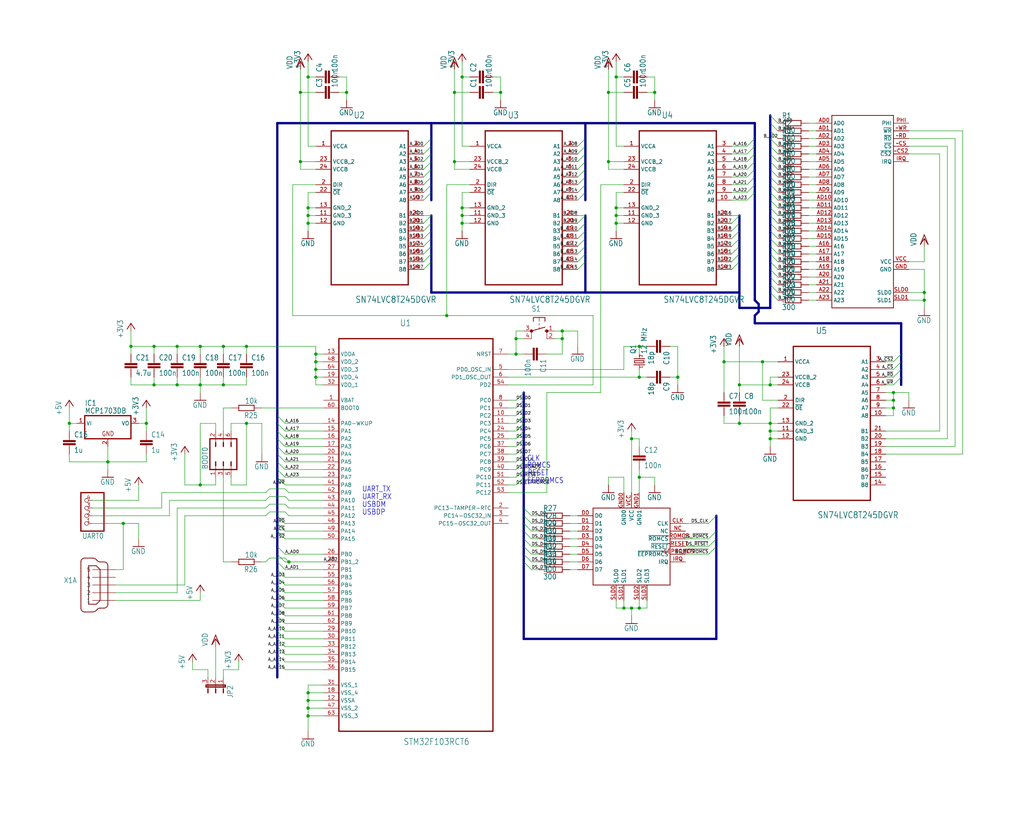
<source format=kicad_sch>
(kicad_sch (version 20230121) (generator eeschema)
  (paper "User" 337.693 268.326)
  (lib_symbols
    (symbol "reader_board-eagle-import:+3V3" (power)
      (property "Value" "+3V3" (at -2.54 -5.08 90))
      (symbol "+3V3_1_0"
        (pin power_in line (at 0 -2.54 90) (length 2.54) (name "+3V3") (number "1"))
      )
    )
    (symbol "reader_board-eagle-import:+5V" (power)
      (property "Value" "+5V" (at -2.54 -5.08 90))
      (symbol "+5V_1_0"
        (pin power_in line (at 0 -2.54 90) (length 2.54) (name "+5V") (number "1"))
      )
    )
    (symbol "reader_board-eagle-import:10-XX"
      (property "Reference" "S" (at -6.35 -2.54 90))
      (symbol "10-XX_1_0"
        (pin passive line (at 0 5.08 270) (length 2.54) (name "S") (number "1"))
        (pin passive line (at 2.54 5.08 270) (length 2.54) (name "S1") (number "2"))
        (pin passive line (at 0 -5.08 90) (length 2.54) (name "P") (number "3"))
        (pin passive line (at 2.54 -5.08 90) (length 2.54) (name "P1") (number "4"))
      )
    )
    (symbol "reader_board-eagle-import:C-EUC0402"
      (property "Reference" "C" (at 1.524 0.381 0))
      (symbol "C-EUC0402_1_0"
        (pin passive line (at 0 2.54 270) (length 2.54) (name "1") (number "1"))
        (pin passive line (at 0 -5.08 90) (length 2.54) (name "2") (number "2"))
      )
    )
    (symbol "reader_board-eagle-import:C-EUC0805"
      (property "Reference" "C" (at 1.524 0.381 0))
      (symbol "C-EUC0805_1_0"
        (pin passive line (at 0 2.54 270) (length 2.54) (name "1") (number "1"))
        (pin passive line (at 0 -5.08 90) (length 2.54) (name "2") (number "2"))
      )
    )
    (symbol "reader_board-eagle-import:CRYSTALHC49UP"
      (property "Reference" "Q" (at 2.54 1.016 0))
      (symbol "CRYSTALHC49UP_1_0"
        (text "1" (at -2.159 -1.143 0) (effects (font (size 0.8636 0.734)) (justify left bottom)))
        (text "2" (at 1.524 -1.143 0) (effects (font (size 0.8636 0.734)) (justify left bottom)))
        (pin passive line (at -2.54 0 0) (length 0) (name "1") (number "1"))
        (pin passive line (at 2.54 0 180) (length 0) (name "2") (number "2"))
      )
    )
    (symbol "reader_board-eagle-import:GBA_SOCKET"
      (symbol "GBA_SOCKET_1_0"
        (pin bidirectional line (at -15.24 -10.16 0) (length 5.08) (name "A16") (number "A16"))
        (pin bidirectional line (at -15.24 -12.7 0) (length 5.08) (name "A17") (number "A17"))
        (pin bidirectional line (at -15.24 -15.24 0) (length 5.08) (name "A18") (number "A18"))
        (pin bidirectional line (at -15.24 -17.78 0) (length 5.08) (name "A19") (number "A19"))
        (pin bidirectional line (at -15.24 -20.32 0) (length 5.08) (name "A20") (number "A20"))
        (pin bidirectional line (at -15.24 -22.86 0) (length 5.08) (name "A21") (number "A21"))
        (pin bidirectional line (at -15.24 -25.4 0) (length 5.08) (name "A22") (number "A22"))
        (pin bidirectional line (at -15.24 -27.94 0) (length 5.08) (name "A23") (number "A23"))
        (pin bidirectional line (at -15.24 30.48 0) (length 5.08) (name "AD0") (number "AD0"))
        (pin bidirectional line (at -15.24 27.94 0) (length 5.08) (name "AD1") (number "AD1"))
        (pin bidirectional line (at -15.24 5.08 0) (length 5.08) (name "AD10") (number "AD10"))
        (pin bidirectional line (at -15.24 2.54 0) (length 5.08) (name "AD11") (number "AD11"))
        (pin bidirectional line (at -15.24 0 0) (length 5.08) (name "AD12") (number "AD12"))
        (pin bidirectional line (at -15.24 -2.54 0) (length 5.08) (name "AD13") (number "AD13"))
        (pin bidirectional line (at -15.24 -5.08 0) (length 5.08) (name "AD14") (number "AD14"))
        (pin bidirectional line (at -15.24 -7.62 0) (length 5.08) (name "AD15") (number "AD15"))
        (pin bidirectional line (at -15.24 25.4 0) (length 5.08) (name "AD2") (number "AD2"))
        (pin bidirectional line (at -15.24 22.86 0) (length 5.08) (name "AD3") (number "AD3"))
        (pin bidirectional line (at -15.24 20.32 0) (length 5.08) (name "AD4") (number "AD4"))
        (pin bidirectional line (at -15.24 17.78 0) (length 5.08) (name "AD5") (number "AD5"))
        (pin bidirectional line (at -15.24 15.24 0) (length 5.08) (name "AD6") (number "AD6"))
        (pin bidirectional line (at -15.24 12.7 0) (length 5.08) (name "AD7") (number "AD7"))
        (pin bidirectional line (at -15.24 10.16 0) (length 5.08) (name "AD8") (number "AD8"))
        (pin bidirectional line (at -15.24 7.62 0) (length 5.08) (name "AD9") (number "AD9"))
        (pin bidirectional line (at 15.24 -17.78 180) (length 5.08) (name "GND") (number "GND"))
        (pin bidirectional line (at 15.24 17.78 180) (length 5.08) (name "IRQ") (number "IRQ"))
        (pin bidirectional line (at 15.24 30.48 180) (length 5.08) (name "PHI") (number "PHI"))
        (pin bidirectional line (at 15.24 -25.4 180) (length 5.08) (name "SLD0") (number "SLD0"))
        (pin bidirectional line (at 15.24 -27.94 180) (length 5.08) (name "SLD1") (number "SLD1"))
        (pin bidirectional line (at 15.24 -15.24 180) (length 5.08) (name "VCC") (number "VCC"))
        (pin bidirectional line (at 15.24 22.86 180) (length 5.08) (name "~{CS}") (number "~CS"))
        (pin bidirectional line (at 15.24 20.32 180) (length 5.08) (name "~{CS2}") (number "~CS2"))
        (pin bidirectional line (at 15.24 25.4 180) (length 5.08) (name "~{RD}") (number "~RD"))
        (pin bidirectional line (at 15.24 27.94 180) (length 5.08) (name "~{WR}") (number "~WR"))
      )
    )
    (symbol "reader_board-eagle-import:GND" (power)
      (property "Value" "GND" (at -2.54 -2.54 0))
      (symbol "GND_1_0"
        (pin power_in line (at 0 2.54 270) (length 2.54) (name "GND") (number "1"))
      )
    )
    (symbol "reader_board-eagle-import:JP2E"
      (property "Reference" "JP" (at -3.81 0 90))
      (symbol "JP2E_1_0"
        (pin passive line (at -2.54 -2.54 90) (length 2.54) (name "1") (number "1"))
        (pin passive line (at 0 -2.54 90) (length 2.54) (name "2") (number "2"))
        (pin passive line (at 2.54 -2.54 90) (length 2.54) (name "3") (number "3"))
      )
    )
    (symbol "reader_board-eagle-import:JP3Q"
      (property "Reference" "JP" (at -5.08 -5.08 90))
      (symbol "JP3Q_1_0"
        (pin passive line (at -2.54 -7.62 90) (length 2.54) (name "1") (number "1"))
        (pin passive line (at -2.54 7.62 270) (length 2.54) (name "2") (number "2"))
        (pin passive line (at 0 -7.62 90) (length 2.54) (name "3") (number "3"))
        (pin passive line (at 0 7.62 270) (length 2.54) (name "4") (number "4"))
        (pin passive line (at 2.54 -7.62 90) (length 2.54) (name "5") (number "5"))
        (pin passive line (at 2.54 7.62 270) (length 2.54) (name "6") (number "6"))
      )
    )
    (symbol "reader_board-eagle-import:MCP1703DB"
      (property "Reference" "IC" (at -7.62 5.715 0))
      (symbol "MCP1703DB_1_0"
        (text "GND" (at -2.032 -4.318 0) (effects (font (size 1.524 1.2954)) (justify left bottom)))
        (pin input line (at -10.16 0 0) (length 2.54) (name "VI") (number "1"))
        (pin passive line (at 0 -7.62 90) (length 2.54) (name "GND") (number "2"))
        (pin passive line (at 10.16 0 180) (length 2.54) (name "VO") (number "3"))
      )
    )
    (symbol "reader_board-eagle-import:MINI-USB_SHIELD5P4-32005-400"
      (property "Reference" "X" (at 7.62 -2.54 0))
      (symbol "MINI-USB_SHIELD5P4-32005-400_1_0"
        (pin passive line (at -5.08 5.08 0) (length 7.62) (name "1") (number "1"))
        (pin passive line (at -5.08 2.54 0) (length 7.62) (name "2") (number "2"))
        (pin passive line (at -5.08 0 0) (length 7.62) (name "3") (number "3"))
        (pin passive line (at -5.08 -2.54 0) (length 7.62) (name "4") (number "4"))
        (pin passive line (at -5.08 -5.08 0) (length 7.62) (name "5") (number "5"))
      )
      (symbol "MINI-USB_SHIELD5P4-32005-400_2_0"
        (pin passive line (at -2.54 -2.54 90) (length 2.54) (name "S1") (number "M1"))
        (pin passive line (at 0 -2.54 90) (length 2.54) (name "S2") (number "M2"))
        (pin passive line (at 2.54 -2.54 90) (length 2.54) (name "S3") (number "M3"))
        (pin passive line (at 5.08 -2.54 90) (length 2.54) (name "S4") (number "M4"))
      )
    )
    (symbol "reader_board-eagle-import:NDSL_SOCKET"
      (symbol "NDSL_SOCKET_1_0"
        (pin bidirectional line (at 17.78 7.62 180) (length 5.08) (name "CLK") (number "CLK"))
        (pin bidirectional line (at -17.78 10.16 0) (length 5.08) (name "D0") (number "D0"))
        (pin bidirectional line (at -17.78 7.62 0) (length 5.08) (name "D1") (number "D1"))
        (pin bidirectional line (at -17.78 5.08 0) (length 5.08) (name "D2") (number "D2"))
        (pin bidirectional line (at -17.78 2.54 0) (length 5.08) (name "D3") (number "D3"))
        (pin bidirectional line (at -17.78 0 0) (length 5.08) (name "D4") (number "D4"))
        (pin bidirectional line (at -17.78 -2.54 0) (length 5.08) (name "D5") (number "D5"))
        (pin bidirectional line (at -17.78 -5.08 0) (length 5.08) (name "D6") (number "D6"))
        (pin bidirectional line (at -17.78 -7.62 0) (length 5.08) (name "D7") (number "D7"))
        (pin bidirectional line (at -2.54 17.78 270) (length 5.08) (name "GND0") (number "GND0"))
        (pin bidirectional line (at 2.54 17.78 270) (length 5.08) (name "GND1") (number "GND1"))
        (pin bidirectional line (at 17.78 -5.08 180) (length 5.08) (name "IRQ") (number "IRQ"))
        (pin bidirectional line (at 17.78 5.08 180) (length 5.08) (name "NC") (number "NC"))
        (pin bidirectional line (at -5.08 -17.78 90) (length 5.08) (name "SLD0") (number "SLD0"))
        (pin bidirectional line (at -2.54 -17.78 90) (length 5.08) (name "SLD1") (number "SLD1"))
        (pin bidirectional line (at 2.54 -17.78 90) (length 5.08) (name "SLD2") (number "SLD2"))
        (pin bidirectional line (at 5.08 -17.78 90) (length 5.08) (name "SLD3") (number "SLD3"))
        (pin bidirectional line (at 0 17.78 270) (length 5.08) (name "VCC") (number "VCC"))
        (pin bidirectional line (at 17.78 -2.54 180) (length 5.08) (name "~{EEPROMCS}") (number "~EEPROMCS"))
        (pin bidirectional line (at 17.78 0 180) (length 5.08) (name "~{RESET}") (number "~RESET"))
        (pin bidirectional line (at 17.78 2.54 180) (length 5.08) (name "~{ROMCS}") (number "~ROMCS"))
      )
    )
    (symbol "reader_board-eagle-import:PINHD-1X4"
      (property "Reference" "JP" (at -6.35 8.255 0))
      (symbol "PINHD-1X4_1_0"
        (pin passive inverted (at -2.54 5.08 0) (length 2.54) (name "1") (number "1"))
        (pin passive inverted (at -2.54 2.54 0) (length 2.54) (name "2") (number "2"))
        (pin passive inverted (at -2.54 0 0) (length 2.54) (name "3") (number "3"))
        (pin passive inverted (at -2.54 -2.54 0) (length 2.54) (name "4") (number "4"))
      )
    )
    (symbol "reader_board-eagle-import:R-EU_R0402"
      (property "Reference" "R" (at -3.81 1.4986 0))
      (symbol "R-EU_R0402_1_0"
        (pin passive line (at -5.08 0 0) (length 2.54) (name "1") (number "1"))
        (pin passive line (at 5.08 0 180) (length 2.54) (name "2") (number "2"))
      )
    )
    (symbol "reader_board-eagle-import:SN74LVC8T245DGVR"
      (property "Reference" "U" (at -5.3594 26.8986 0))
      (symbol "SN74LVC8T245DGVR_1_0"
        (pin power_in line (at -17.78 17.78 0) (length 5.08) (name "VCCA") (number "1"))
        (pin output line (at 17.78 0 180) (length 5.08) (name "A8") (number "10"))
        (pin passive line (at -17.78 -5.08 0) (length 5.08) (name "GND_3") (number "11"))
        (pin passive line (at -17.78 -7.62 0) (length 5.08) (name "GND") (number "12"))
        (pin passive line (at -17.78 -2.54 0) (length 5.08) (name "GND_2") (number "13"))
        (pin output line (at 17.78 -22.86 180) (length 5.08) (name "B8") (number "14"))
        (pin output line (at 17.78 -20.32 180) (length 5.08) (name "B7") (number "15"))
        (pin output line (at 17.78 -17.78 180) (length 5.08) (name "B6") (number "16"))
        (pin output line (at 17.78 -15.24 180) (length 5.08) (name "B5") (number "17"))
        (pin output line (at 17.78 -12.7 180) (length 5.08) (name "B4") (number "18"))
        (pin output line (at 17.78 -10.16 180) (length 5.08) (name "B3") (number "19"))
        (pin input line (at -17.78 5.08 0) (length 5.08) (name "DIR") (number "2"))
        (pin output line (at 17.78 -7.62 180) (length 5.08) (name "B2") (number "20"))
        (pin output line (at 17.78 -5.08 180) (length 5.08) (name "B1") (number "21"))
        (pin input line (at -17.78 2.54 0) (length 5.08) (name "~{OE}") (number "22"))
        (pin power_in line (at -17.78 12.7 0) (length 5.08) (name "VCCB_2") (number "23"))
        (pin power_in line (at -17.78 10.16 0) (length 5.08) (name "VCCB") (number "24"))
        (pin output line (at 17.78 17.78 180) (length 5.08) (name "A1") (number "3"))
        (pin output line (at 17.78 15.24 180) (length 5.08) (name "A2") (number "4"))
        (pin output line (at 17.78 12.7 180) (length 5.08) (name "A3") (number "5"))
        (pin output line (at 17.78 10.16 180) (length 5.08) (name "A4") (number "6"))
        (pin output line (at 17.78 7.62 180) (length 5.08) (name "A5") (number "7"))
        (pin output line (at 17.78 5.08 180) (length 5.08) (name "A6") (number "8"))
        (pin output line (at 17.78 2.54 180) (length 5.08) (name "A7") (number "9"))
      )
    )
    (symbol "reader_board-eagle-import:STM32F103RCT6"
      (property "Reference" "U" (at -5.3594 64.9986 0))
      (symbol "STM32F103RCT6_1_0"
        (pin input line (at -30.48 40.64 0) (length 5.08) (name "VBAT") (number "1"))
        (pin bidirectional line (at 30.48 35.56 180) (length 5.08) (name "PC2") (number "10"))
        (pin bidirectional line (at 30.48 33.02 180) (length 5.08) (name "PC3") (number "11"))
        (pin passive line (at -30.48 -58.42 0) (length 5.08) (name "VSSA") (number "12"))
        (pin power_in line (at -30.48 55.88 0) (length 5.08) (name "VDDA") (number "13"))
        (pin bidirectional line (at -30.48 33.02 0) (length 5.08) (name "PA0-WKUP") (number "14"))
        (pin bidirectional line (at -30.48 30.48 0) (length 5.08) (name "PA1") (number "15"))
        (pin bidirectional line (at -30.48 27.94 0) (length 5.08) (name "PA2") (number "16"))
        (pin bidirectional line (at -30.48 25.4 0) (length 5.08) (name "PA3") (number "17"))
        (pin passive line (at -30.48 -55.88 0) (length 5.08) (name "VSS_4") (number "18"))
        (pin power_in line (at -30.48 48.26 0) (length 5.08) (name "VDD_4") (number "19"))
        (pin input line (at 30.48 5.08 180) (length 5.08) (name "PC13-TAMPER-RTC") (number "2"))
        (pin bidirectional line (at -30.48 22.86 0) (length 5.08) (name "PA4") (number "20"))
        (pin bidirectional line (at -30.48 20.32 0) (length 5.08) (name "PA5") (number "21"))
        (pin bidirectional line (at -30.48 17.78 0) (length 5.08) (name "PA6") (number "22"))
        (pin power_in line (at -30.48 15.24 0) (length 5.08) (name "PA7") (number "23"))
        (pin passive line (at 30.48 30.48 180) (length 5.08) (name "PC4") (number "24"))
        (pin bidirectional line (at 30.48 27.94 180) (length 5.08) (name "PC5") (number "25"))
        (pin bidirectional line (at -30.48 -10.16 0) (length 5.08) (name "PB0") (number "26"))
        (pin bidirectional line (at -30.48 -15.24 0) (length 5.08) (name "PB1") (number "27"))
        (pin bidirectional line (at -30.48 -12.7 0) (length 5.08) (name "PB1_2") (number "28"))
        (pin bidirectional line (at -30.48 -35.56 0) (length 5.08) (name "PB10") (number "29"))
        (pin input line (at 30.48 2.54 180) (length 5.08) (name "PC14-OSC32_IN") (number "3"))
        (pin bidirectional line (at -30.48 -38.1 0) (length 5.08) (name "PB11") (number "30"))
        (pin passive line (at -30.48 -53.34 0) (length 5.08) (name "VSS_1") (number "31"))
        (pin power_in line (at -30.48 45.72 0) (length 5.08) (name "VDD_1") (number "32"))
        (pin bidirectional line (at -30.48 -40.64 0) (length 5.08) (name "PB12") (number "33"))
        (pin bidirectional line (at -30.48 -43.18 0) (length 5.08) (name "PB13") (number "34"))
        (pin bidirectional line (at -30.48 -45.72 0) (length 5.08) (name "PB14") (number "35"))
        (pin bidirectional line (at -30.48 -48.26 0) (length 5.08) (name "PB15") (number "36"))
        (pin bidirectional line (at 30.48 25.4 180) (length 5.08) (name "PC6") (number "37"))
        (pin bidirectional line (at 30.48 22.86 180) (length 5.08) (name "PC7") (number "38"))
        (pin bidirectional line (at 30.48 20.32 180) (length 5.08) (name "PC8") (number "39"))
        (pin output line (at 30.48 0 180) (length 5.08) (name "PC15-OSC32_OUT") (number "4"))
        (pin bidirectional line (at 30.48 17.78 180) (length 5.08) (name "PC9") (number "40"))
        (pin bidirectional line (at -30.48 12.7 0) (length 5.08) (name "PA8") (number "41"))
        (pin bidirectional line (at -30.48 10.16 0) (length 5.08) (name "PA9") (number "42"))
        (pin bidirectional line (at -30.48 7.62 0) (length 5.08) (name "PA10") (number "43"))
        (pin bidirectional line (at -30.48 5.08 0) (length 5.08) (name "PA11") (number "44"))
        (pin bidirectional line (at -30.48 2.54 0) (length 5.08) (name "PA12") (number "45"))
        (pin bidirectional line (at -30.48 0 0) (length 5.08) (name "PA13") (number "46"))
        (pin passive line (at -30.48 -60.96 0) (length 5.08) (name "VSS_2") (number "47"))
        (pin power_in line (at -30.48 53.34 0) (length 5.08) (name "VDD_2") (number "48"))
        (pin bidirectional line (at -30.48 -2.54 0) (length 5.08) (name "PA14") (number "49"))
        (pin input line (at 30.48 50.8 180) (length 5.08) (name "PD0_OSC_IN") (number "5"))
        (pin bidirectional line (at -30.48 -5.08 0) (length 5.08) (name "PA15") (number "50"))
        (pin bidirectional line (at 30.48 15.24 180) (length 5.08) (name "PC10") (number "51"))
        (pin bidirectional line (at 30.48 12.7 180) (length 5.08) (name "PC11") (number "52"))
        (pin bidirectional line (at 30.48 10.16 180) (length 5.08) (name "PC12") (number "53"))
        (pin bidirectional line (at 30.48 45.72 180) (length 5.08) (name "PD2") (number "54"))
        (pin bidirectional line (at -30.48 -17.78 0) (length 5.08) (name "PB3") (number "55"))
        (pin bidirectional line (at -30.48 -20.32 0) (length 5.08) (name "PB4") (number "56"))
        (pin bidirectional line (at -30.48 -22.86 0) (length 5.08) (name "PB5") (number "57"))
        (pin bidirectional line (at -30.48 -25.4 0) (length 5.08) (name "PB6") (number "58"))
        (pin power_in line (at -30.48 -27.94 0) (length 5.08) (name "PB7") (number "59"))
        (pin output line (at 30.48 48.26 180) (length 5.08) (name "PD1_OSC_OUT") (number "6"))
        (pin passive line (at -30.48 38.1 0) (length 5.08) (name "BOOT0") (number "60"))
        (pin bidirectional line (at -30.48 -30.48 0) (length 5.08) (name "PB8") (number "61"))
        (pin bidirectional line (at -30.48 -33.02 0) (length 5.08) (name "PB9") (number "62"))
        (pin passive line (at -30.48 -63.5 0) (length 5.08) (name "VSS_3") (number "63"))
        (pin power_in line (at -30.48 50.8 0) (length 5.08) (name "VDD_3") (number "64"))
        (pin output line (at 30.48 55.88 180) (length 5.08) (name "NRST") (number "7"))
        (pin bidirectional line (at 30.48 40.64 180) (length 5.08) (name "PC0") (number "8"))
        (pin bidirectional line (at 30.48 38.1 180) (length 5.08) (name "PC1") (number "9"))
      )
    )
    (symbol "reader_board-eagle-import:VDD" (power)
      (property "Value" "VDD" (at -2.54 -2.54 90))
      (symbol "VDD_1_0"
        (pin power_in line (at 0 -2.54 90) (length 2.54) (name "VDD") (number "1"))
      )
    )
  )
  (junction (at 104.14 119.38))
  (junction (at 58.42 114.3))
  (junction (at 210.82 157.48))
  (junction (at 43.18 114.3))
  (junction (at 66.04 127))
  (junction (at 254 127))
  (junction (at 185.42 111.76))
  (junction (at 294.64 132.08))
  (junction (at 215.9 30.48))
  (junction (at 152.4 73.66))
  (junction (at 165.1 30.48))
  (junction (at 200.66 53.34))
  (junction (at 210.82 200.66))
  (junction (at 50.8 114.3))
  (junction (at 48.26 139.7))
  (junction (at 99.06 53.34))
  (junction (at 208.28 200.66))
  (junction (at 81.28 139.7))
  (junction (at 149.86 53.34))
  (junction (at 152.4 68.58))
  (junction (at 294.64 129.54))
  (junction (at 66.04 114.3))
  (junction (at 243.84 127))
  (junction (at 101.6 233.68))
  (junction (at 294.64 134.62))
  (junction (at 73.66 127))
  (junction (at 251.46 119.38))
  (junction (at 114.3 30.48))
  (junction (at 58.42 127))
  (junction (at 73.66 114.3))
  (junction (at 99.06 30.48))
  (junction (at 50.8 127))
  (junction (at 147.32 104.14))
  (junction (at 101.6 231.14))
  (junction (at 254 139.7))
  (junction (at 208.28 144.78))
  (junction (at 101.6 68.58))
  (junction (at 35.56 152.4))
  (junction (at 104.14 116.84))
  (junction (at 203.2 68.58))
  (junction (at 152.4 25.4))
  (junction (at 210.82 114.3))
  (junction (at 170.18 116.84))
  (junction (at 66.04 160.02))
  (junction (at 170.18 111.76))
  (junction (at 223.52 124.46))
  (junction (at 243.84 139.7))
  (junction (at 185.42 109.22))
  (junction (at 104.14 124.46))
  (junction (at 304.8 99.06))
  (junction (at 101.6 73.66))
  (junction (at 203.2 73.66))
  (junction (at 200.66 30.48))
  (junction (at 203.2 25.4))
  (junction (at 81.28 114.3))
  (junction (at 101.6 228.6))
  (junction (at 304.8 96.52))
  (junction (at 101.6 236.22))
  (junction (at 203.2 71.12))
  (junction (at 205.74 200.66))
  (junction (at 210.82 124.46))
  (junction (at 40.64 172.72))
  (junction (at 149.86 30.48))
  (junction (at 101.6 25.4))
  (junction (at 104.14 121.92))
  (junction (at 101.6 71.12))
  (junction (at 95.25 185.42))
  (junction (at 254 142.24))
  (junction (at 238.76 119.38))
  (junction (at 254 144.78))
  (junction (at 22.86 139.7))
  (junction (at 152.4 71.12))
  (bus_entry (at 93.98 144.78) (size -2.54 -2.54))
  (bus_entry (at 241.3 86.36) (size 2.54 -2.54))
  (bus_entry (at 246.38 55.88) (size 2.54 -2.54))
  (bus_entry (at 190.5 60.96) (size 2.54 -2.54))
  (bus_entry (at 294.64 121.92) (size 2.54 -2.54))
  (bus_entry (at 294.64 124.46) (size 2.54 -2.54))
  (bus_entry (at 170.18 157.48) (size 2.54 -2.54))
  (bus_entry (at 246.38 58.42) (size 2.54 -2.54))
  (bus_entry (at 93.98 152.4) (size -2.54 -2.54))
  (bus_entry (at 93.98 218.44) (size -2.54 -2.54))
  (bus_entry (at 256.54 63.5) (size -2.54 -2.54))
  (bus_entry (at 93.98 193.04) (size -2.54 -2.54))
  (bus_entry (at 190.5 86.36) (size 2.54 -2.54))
  (bus_entry (at 170.18 132.08) (size 2.54 -2.54))
  (bus_entry (at 139.7 73.66) (size 2.54 -2.54))
  (bus_entry (at 256.54 71.12) (size -2.54 -2.54))
  (bus_entry (at 190.5 66.04) (size 2.54 -2.54))
  (bus_entry (at 256.54 53.34) (size -2.54 -2.54))
  (bus_entry (at 139.7 88.9) (size 2.54 -2.54))
  (bus_entry (at 241.3 73.66) (size 2.54 -2.54))
  (bus_entry (at 241.3 78.74) (size 2.54 -2.54))
  (bus_entry (at 190.5 73.66) (size 2.54 -2.54))
  (bus_entry (at 294.64 119.38) (size 2.54 -2.54))
  (bus_entry (at 93.98 208.28) (size -2.54 -2.54))
  (bus_entry (at 170.18 144.78) (size 2.54 -2.54))
  (bus_entry (at 93.98 200.66) (size -2.54 -2.54))
  (bus_entry (at 93.98 182.88) (size -2.54 -2.54))
  (bus_entry (at 233.68 180.34) (size 2.54 -2.54))
  (bus_entry (at 175.26 187.96) (size -2.54 -2.54))
  (bus_entry (at 190.5 58.42) (size 2.54 -2.54))
  (bus_entry (at 139.7 78.74) (size 2.54 -2.54))
  (bus_entry (at 170.18 134.62) (size 2.54 -2.54))
  (bus_entry (at 190.5 83.82) (size 2.54 -2.54))
  (bus_entry (at 93.98 190.5) (size -2.54 -2.54))
  (bus_entry (at 93.98 157.48) (size -2.54 -2.54))
  (bus_entry (at 93.98 172.72) (size -2.54 -2.54))
  (bus_entry (at 256.54 66.04) (size -2.54 -2.54))
  (bus_entry (at 256.54 83.82) (size -2.54 -2.54))
  (bus_entry (at 93.98 154.94) (size -2.54 -2.54))
  (bus_entry (at 139.7 48.26) (size 2.54 -2.54))
  (bus_entry (at 246.38 50.8) (size 2.54 -2.54))
  (bus_entry (at 246.38 53.34) (size 2.54 -2.54))
  (bus_entry (at 93.98 187.96) (size -2.54 -2.54))
  (bus_entry (at 93.98 215.9) (size -2.54 -2.54))
  (bus_entry (at 93.98 198.12) (size -2.54 -2.54))
  (bus_entry (at 139.7 60.96) (size 2.54 -2.54))
  (bus_entry (at 93.98 147.32) (size -2.54 -2.54))
  (bus_entry (at 139.7 53.34) (size 2.54 -2.54))
  (bus_entry (at 246.38 60.96) (size 2.54 -2.54))
  (bus_entry (at 139.7 55.88) (size 2.54 -2.54))
  (bus_entry (at 93.98 175.26) (size -2.54 -2.54))
  (bus_entry (at 93.98 177.8) (size -2.54 -2.54))
  (bus_entry (at 190.5 76.2) (size 2.54 -2.54))
  (bus_entry (at 170.18 139.7) (size 2.54 -2.54))
  (bus_entry (at 93.98 139.7) (size -2.54 -2.54))
  (bus_entry (at 139.7 86.36) (size 2.54 -2.54))
  (bus_entry (at 170.18 160.02) (size 2.54 -2.54))
  (bus_entry (at 190.5 53.34) (size 2.54 -2.54))
  (bus_entry (at 93.98 220.98) (size -2.54 -2.54))
  (bus_entry (at 246.38 48.26) (size 2.54 -2.54))
  (bus_entry (at 256.54 58.42) (size -2.54 -2.54))
  (bus_entry (at 246.38 66.04) (size 2.54 -2.54))
  (bus_entry (at 233.68 182.88) (size 2.54 -2.54))
  (bus_entry (at 190.5 63.5) (size 2.54 -2.54))
  (bus_entry (at 170.18 154.94) (size 2.54 -2.54))
  (bus_entry (at 256.54 76.2) (size -2.54 -2.54))
  (bus_entry (at 256.54 40.64) (size -2.54 -2.54))
  (bus_entry (at 93.98 195.58) (size -2.54 -2.54))
  (bus_entry (at 139.7 63.5) (size 2.54 -2.54))
  (bus_entry (at 139.7 83.82) (size 2.54 -2.54))
  (bus_entry (at 175.26 172.72) (size -2.54 -2.54))
  (bus_entry (at 256.54 96.52) (size -2.54 -2.54))
  (bus_entry (at 175.26 185.42) (size -2.54 -2.54))
  (bus_entry (at 139.7 66.04) (size 2.54 -2.54))
  (bus_entry (at 93.98 205.74) (size -2.54 -2.54))
  (bus_entry (at 256.54 78.74) (size -2.54 -2.54))
  (bus_entry (at 93.98 160.02) (size -2.54 -2.54))
  (bus_entry (at 139.7 58.42) (size 2.54 -2.54))
  (bus_entry (at 93.98 210.82) (size -2.54 -2.54))
  (bus_entry (at 256.54 60.96) (size -2.54 -2.54))
  (bus_entry (at 256.54 50.8) (size -2.54 -2.54))
  (bus_entry (at 139.7 81.28) (size 2.54 -2.54))
  (bus_entry (at 256.54 43.18) (size -2.54 -2.54))
  (bus_entry (at 233.68 177.8) (size 2.54 -2.54))
  (bus_entry (at 241.3 76.2) (size 2.54 -2.54))
  (bus_entry (at 294.64 127) (size 2.54 -2.54))
  (bus_entry (at 170.18 147.32) (size 2.54 -2.54))
  (bus_entry (at 190.5 81.28) (size 2.54 -2.54))
  (bus_entry (at 175.26 180.34) (size -2.54 -2.54))
  (bus_entry (at 233.68 172.72) (size 2.54 -2.54))
  (bus_entry (at 93.98 149.86) (size -2.54 -2.54))
  (bus_entry (at 170.18 152.4) (size 2.54 -2.54))
  (bus_entry (at 256.54 68.58) (size -2.54 -2.54))
  (bus_entry (at 93.98 203.2) (size -2.54 -2.54))
  (bus_entry (at 175.26 170.18) (size -2.54 -2.54))
  (bus_entry (at 256.54 99.06) (size -2.54 -2.54))
  (bus_entry (at 190.5 78.74) (size 2.54 -2.54))
  (bus_entry (at 93.98 185.42) (size -2.54 -2.54))
  (bus_entry (at 256.54 86.36) (size -2.54 -2.54))
  (bus_entry (at 175.26 177.8) (size -2.54 -2.54))
  (bus_entry (at 241.3 81.28) (size 2.54 -2.54))
  (bus_entry (at 256.54 45.72) (size -2.54 -2.54))
  (bus_entry (at 170.18 149.86) (size 2.54 -2.54))
  (bus_entry (at 241.3 83.82) (size 2.54 -2.54))
  (bus_entry (at 175.26 175.26) (size -2.54 -2.54))
  (bus_entry (at 175.26 182.88) (size -2.54 -2.54))
  (bus_entry (at 170.18 137.16) (size 2.54 -2.54))
  (bus_entry (at 139.7 76.2) (size 2.54 -2.54))
  (bus_entry (at 190.5 55.88) (size 2.54 -2.54))
  (bus_entry (at 139.7 50.8) (size 2.54 -2.54))
  (bus_entry (at 246.38 63.5) (size 2.54 -2.54))
  (bus_entry (at 256.54 48.26) (size -2.54 -2.54))
  (bus_entry (at 256.54 88.9) (size -2.54 -2.54))
  (bus_entry (at 241.3 88.9) (size 2.54 -2.54))
  (bus_entry (at 256.54 73.66) (size -2.54 -2.54))
  (bus_entry (at 256.54 93.98) (size -2.54 -2.54))
  (bus_entry (at 256.54 91.44) (size -2.54 -2.54))
  (bus_entry (at 256.54 55.88) (size -2.54 -2.54))
  (bus_entry (at 170.18 142.24) (size 2.54 -2.54))
  (bus_entry (at 190.5 48.26) (size 2.54 -2.54))
  (bus_entry (at 256.54 81.28) (size -2.54 -2.54))
  (bus_entry (at 93.98 142.24) (size -2.54 -2.54))
  (bus_entry (at 93.98 213.36) (size -2.54 -2.54))
  (bus_entry (at 190.5 50.8) (size 2.54 -2.54))
  (bus_entry (at 190.5 88.9) (size 2.54 -2.54))
  (wire (pts (xy 304.8 96.52) (xy 304.8 88.9)) (stroke (width 0.1524)))
  (bus (pts (xy 243.84 76.2) (xy 243.84 73.66)) (stroke (width 0.762)))
  (wire (pts (xy 22.86 142.24) (xy 22.86 139.7)) (stroke (width 0.1524)))
  (wire (pts (xy 93.98 160.02) (xy 106.68 160.02)) (stroke (width 0.1524)))
  (wire (pts (xy 22.86 139.7) (xy 22.86 134.62)) (stroke (width 0.1524)))
  (wire (pts (xy 76.2 185.42) (xy 73.66 185.42)) (stroke (width 0.1524)))
  (wire (pts (xy 292.1 147.32) (xy 314.96 147.32)) (stroke (width 0.1524)))
  (wire (pts (xy 152.4 63.5) (xy 152.4 68.58)) (stroke (width 0.1524)))
  (wire (pts (xy 93.98 161.29) (xy 88.9 161.29)) (stroke (width 0.1524)))
  (bus (pts (xy 248.92 55.88) (xy 248.92 58.42)) (stroke (width 0.762)))
  (wire (pts (xy 266.7 78.74) (xy 269.24 78.74)) (stroke (width 0.1524)))
  (wire (pts (xy 104.14 53.34) (xy 99.06 53.34)) (stroke (width 0.1524)))
  (wire (pts (xy 154.94 55.88) (xy 149.86 55.88)) (stroke (width 0.1524)))
  (wire (pts (xy 294.64 129.54) (xy 299.72 129.54)) (stroke (width 0.1524)))
  (wire (pts (xy 266.7 86.36) (xy 269.24 86.36)) (stroke (width 0.1524)))
  (wire (pts (xy 299.72 86.36) (xy 304.8 86.36)) (stroke (width 0.1524)))
  (wire (pts (xy 73.66 116.84) (xy 73.66 114.3)) (stroke (width 0.1524)))
  (wire (pts (xy 187.96 185.42) (xy 190.5 185.42)) (stroke (width 0.1524)))
  (bus (pts (xy 248.92 48.26) (xy 248.92 50.8)) (stroke (width 0.762)))
  (wire (pts (xy 185.42 111.76) (xy 182.88 111.76)) (stroke (width 0.1524)))
  (wire (pts (xy 60.96 170.18) (xy 87.63 170.18)) (stroke (width 0.1524)))
  (bus (pts (xy 248.92 53.34) (xy 248.92 55.88)) (stroke (width 0.762)))
  (wire (pts (xy 38.1 198.12) (xy 66.04 198.12)) (stroke (width 0.1524)))
  (wire (pts (xy 104.14 119.38) (xy 106.68 119.38)) (stroke (width 0.1524)))
  (wire (pts (xy 256.54 134.62) (xy 254 134.62)) (stroke (width 0.1524)))
  (wire (pts (xy 304.8 101.6) (xy 304.8 99.06)) (stroke (width 0.1524)))
  (wire (pts (xy 101.6 73.66) (xy 101.6 76.2)) (stroke (width 0.1524)))
  (wire (pts (xy 170.18 157.48) (xy 167.64 157.48)) (stroke (width 0.1524)))
  (wire (pts (xy 106.68 157.48) (xy 93.98 157.48)) (stroke (width 0.1524)))
  (wire (pts (xy 251.46 119.38) (xy 238.76 119.38)) (stroke (width 0.1524)))
  (wire (pts (xy 162.56 30.48) (xy 165.1 30.48)) (stroke (width 0.1524)))
  (wire (pts (xy 93.98 220.98) (xy 106.68 220.98)) (stroke (width 0.1524)))
  (wire (pts (xy 106.68 167.64) (xy 95.25 167.64)) (stroke (width 0.1524)))
  (bus (pts (xy 193.04 96.52) (xy 243.84 96.52)) (stroke (width 0.762)))
  (bus (pts (xy 172.72 170.18) (xy 172.72 167.64)) (stroke (width 0.762)))
  (wire (pts (xy 205.74 121.92) (xy 167.64 121.92)) (stroke (width 0.1524)))
  (wire (pts (xy 73.66 127) (xy 73.66 124.46)) (stroke (width 0.1524)))
  (bus (pts (xy 254 88.9) (xy 254 86.36)) (stroke (width 0.762)))
  (wire (pts (xy 241.3 60.96) (xy 246.38 60.96)) (stroke (width 0.1524)))
  (wire (pts (xy 93.98 208.28) (xy 106.68 208.28)) (stroke (width 0.1524)))
  (wire (pts (xy 254 127) (xy 254 124.46)) (stroke (width 0.1524)))
  (wire (pts (xy 170.18 132.08) (xy 167.64 132.08)) (stroke (width 0.1524)))
  (wire (pts (xy 266.7 60.96) (xy 269.24 60.96)) (stroke (width 0.1524)))
  (wire (pts (xy 266.7 58.42) (xy 269.24 58.42)) (stroke (width 0.1524)))
  (bus (pts (xy 172.72 132.08) (xy 172.72 129.54)) (stroke (width 0.762)))
  (wire (pts (xy 180.34 116.84) (xy 185.42 116.84)) (stroke (width 0.1524)))
  (wire (pts (xy 266.7 45.72) (xy 269.24 45.72)) (stroke (width 0.1524)))
  (bus (pts (xy 254 91.44) (xy 254 88.9)) (stroke (width 0.762)))
  (wire (pts (xy 104.14 116.84) (xy 106.68 116.84)) (stroke (width 0.1524)))
  (bus (pts (xy 91.44 193.04) (xy 91.44 195.58)) (stroke (width 0.762)))
  (wire (pts (xy 30.48 170.18) (xy 55.88 170.18)) (stroke (width 0.1524)))
  (wire (pts (xy 81.28 114.3) (xy 104.14 114.3)) (stroke (width 0.1524)))
  (bus (pts (xy 172.72 182.88) (xy 172.72 180.34)) (stroke (width 0.762)))
  (bus (pts (xy 142.24 50.8) (xy 142.24 48.26)) (stroke (width 0.762)))
  (wire (pts (xy 187.96 172.72) (xy 190.5 172.72)) (stroke (width 0.1524)))
  (wire (pts (xy 208.28 144.78) (xy 208.28 142.24)) (stroke (width 0.1524)))
  (wire (pts (xy 68.58 223.52) (xy 68.58 220.98)) (stroke (width 0.1524)))
  (wire (pts (xy 266.7 63.5) (xy 269.24 63.5)) (stroke (width 0.1524)))
  (bus (pts (xy 91.44 180.34) (xy 91.44 182.88)) (stroke (width 0.762)))
  (wire (pts (xy 43.18 124.46) (xy 43.18 127)) (stroke (width 0.1524)))
  (bus (pts (xy 243.84 73.66) (xy 243.84 71.12)) (stroke (width 0.762)))
  (wire (pts (xy 55.88 165.1) (xy 87.63 165.1)) (stroke (width 0.1524)))
  (wire (pts (xy 93.98 213.36) (xy 106.68 213.36)) (stroke (width 0.1524)))
  (wire (pts (xy 205.74 114.3) (xy 205.74 121.92)) (stroke (width 0.1524)))
  (bus (pts (xy 250.19 100.33) (xy 250.19 102.87)) (stroke (width 0.762)))
  (wire (pts (xy 22.86 139.7) (xy 25.4 139.7)) (stroke (width 0.1524)))
  (bus (pts (xy 91.44 142.24) (xy 91.44 144.78)) (stroke (width 0.762)))
  (wire (pts (xy 73.66 185.42) (xy 73.66 157.48)) (stroke (width 0.1524)))
  (wire (pts (xy 101.6 20.32) (xy 101.6 25.4)) (stroke (width 0.1524)))
  (wire (pts (xy 241.3 55.88) (xy 246.38 55.88)) (stroke (width 0.1524)))
  (wire (pts (xy 40.64 172.72) (xy 45.72 172.72)) (stroke (width 0.1524)))
  (bus (pts (xy 172.72 157.48) (xy 172.72 154.94)) (stroke (width 0.762)))
  (wire (pts (xy 53.34 167.64) (xy 53.34 162.56)) (stroke (width 0.1524)))
  (wire (pts (xy 68.58 220.98) (xy 63.5 220.98)) (stroke (width 0.1524)))
  (bus (pts (xy 254 76.2) (xy 254 73.66)) (stroke (width 0.762)))
  (wire (pts (xy 48.26 142.24) (xy 48.26 139.7)) (stroke (width 0.1524)))
  (wire (pts (xy 223.52 114.3) (xy 223.52 124.46)) (stroke (width 0.1524)))
  (wire (pts (xy 185.42 109.22) (xy 182.88 109.22)) (stroke (width 0.1524)))
  (wire (pts (xy 213.36 30.48) (xy 215.9 30.48)) (stroke (width 0.1524)))
  (wire (pts (xy 170.18 109.22) (xy 172.72 109.22)) (stroke (width 0.1524)))
  (bus (pts (xy 193.04 53.34) (xy 193.04 55.88)) (stroke (width 0.762)))
  (wire (pts (xy 292.1 127) (xy 294.64 127)) (stroke (width 0.1524)))
  (bus (pts (xy 91.44 200.66) (xy 91.44 203.2)) (stroke (width 0.762)))
  (wire (pts (xy 76.2 160.02) (xy 81.28 160.02)) (stroke (width 0.1524)))
  (bus (pts (xy 193.04 48.26) (xy 193.04 50.8)) (stroke (width 0.762)))
  (wire (pts (xy 241.3 53.34) (xy 246.38 53.34)) (stroke (width 0.1524)))
  (wire (pts (xy 104.14 25.4) (xy 101.6 25.4)) (stroke (width 0.1524)))
  (wire (pts (xy 294.64 129.54) (xy 294.64 132.08)) (stroke (width 0.1524)))
  (wire (pts (xy 170.18 144.78) (xy 167.64 144.78)) (stroke (width 0.1524)))
  (bus (pts (xy 243.84 83.82) (xy 243.84 81.28)) (stroke (width 0.762)))
  (bus (pts (xy 254 81.28) (xy 254 78.74)) (stroke (width 0.762)))
  (bus (pts (xy 91.44 210.82) (xy 91.44 213.36)) (stroke (width 0.762)))
  (bus (pts (xy 193.04 60.96) (xy 193.04 63.5)) (stroke (width 0.762)))
  (wire (pts (xy 35.56 154.94) (xy 35.56 152.4)) (stroke (width 0.1524)))
  (wire (pts (xy 106.68 187.96) (xy 93.98 187.96)) (stroke (width 0.1524)))
  (wire (pts (xy 177.8 185.42) (xy 175.26 185.42)) (stroke (width 0.1524)))
  (wire (pts (xy 309.88 50.8) (xy 299.72 50.8)) (stroke (width 0.1524)))
  (wire (pts (xy 95.25 185.42) (xy 93.98 184.15)) (stroke (width 0.1524)))
  (wire (pts (xy 93.98 166.37) (xy 88.9 166.37)) (stroke (width 0.1524)))
  (bus (pts (xy 193.04 96.52) (xy 193.04 86.36)) (stroke (width 0.762)))
  (wire (pts (xy 30.48 165.1) (xy 45.72 165.1)) (stroke (width 0.1524)))
  (bus (pts (xy 91.44 152.4) (xy 91.44 154.94)) (stroke (width 0.762)))
  (wire (pts (xy 93.98 218.44) (xy 106.68 218.44)) (stroke (width 0.1524)))
  (bus (pts (xy 142.24 53.34) (xy 142.24 50.8)) (stroke (width 0.762)))
  (wire (pts (xy 104.14 119.38) (xy 104.14 121.92)) (stroke (width 0.1524)))
  (bus (pts (xy 193.04 40.64) (xy 193.04 45.72)) (stroke (width 0.762)))
  (wire (pts (xy 200.66 30.48) (xy 200.66 22.86)) (stroke (width 0.1524)))
  (bus (pts (xy 91.44 40.64) (xy 91.44 137.16)) (stroke (width 0.762)))
  (wire (pts (xy 243.84 139.7) (xy 238.76 139.7)) (stroke (width 0.1524)))
  (wire (pts (xy 254 144.78) (xy 254 142.24)) (stroke (width 0.1524)))
  (wire (pts (xy 96.52 104.14) (xy 147.32 104.14)) (stroke (width 0.1524)))
  (wire (pts (xy 266.7 40.64) (xy 269.24 40.64)) (stroke (width 0.1524)))
  (wire (pts (xy 205.74 60.96) (xy 198.12 60.96)) (stroke (width 0.1524)))
  (bus (pts (xy 243.84 96.52) (xy 243.84 101.6)) (stroke (width 0.762)))
  (bus (pts (xy 91.44 154.94) (xy 91.44 157.48)) (stroke (width 0.762)))
  (bus (pts (xy 142.24 63.5) (xy 142.24 60.96)) (stroke (width 0.762)))
  (wire (pts (xy 58.42 195.58) (xy 38.1 195.58)) (stroke (width 0.1524)))
  (wire (pts (xy 76.2 139.7) (xy 76.2 142.24)) (stroke (width 0.1524)))
  (wire (pts (xy 165.1 25.4) (xy 165.1 30.48)) (stroke (width 0.1524)))
  (wire (pts (xy 81.28 160.02) (xy 81.28 139.7)) (stroke (width 0.1524)))
  (wire (pts (xy 101.6 231.14) (xy 101.6 228.6)) (stroke (width 0.1524)))
  (bus (pts (xy 297.18 119.38) (xy 297.18 121.92)) (stroke (width 0.762)))
  (wire (pts (xy 187.96 182.88) (xy 190.5 182.88)) (stroke (width 0.1524)))
  (bus (pts (xy 172.72 172.72) (xy 172.72 170.18)) (stroke (width 0.762)))
  (wire (pts (xy 208.28 162.56) (xy 208.28 144.78)) (stroke (width 0.1524)))
  (bus (pts (xy 142.24 81.28) (xy 142.24 83.82)) (stroke (width 0.762)))
  (wire (pts (xy 266.7 50.8) (xy 269.24 50.8)) (stroke (width 0.1524)))
  (wire (pts (xy 170.18 149.86) (xy 167.64 149.86)) (stroke (width 0.1524)))
  (wire (pts (xy 187.96 180.34) (xy 190.5 180.34)) (stroke (width 0.1524)))
  (wire (pts (xy 254 142.24) (xy 254 139.7)) (stroke (width 0.1524)))
  (wire (pts (xy 256.54 119.38) (xy 251.46 119.38)) (stroke (width 0.1524)))
  (wire (pts (xy 63.5 220.98) (xy 63.5 218.44)) (stroke (width 0.1524)))
  (wire (pts (xy 106.68 170.18) (xy 95.25 170.18)) (stroke (width 0.1524)))
  (wire (pts (xy 101.6 236.22) (xy 101.6 233.68)) (stroke (width 0.1524)))
  (bus (pts (xy 91.44 157.48) (xy 91.44 170.18)) (stroke (width 0.762)))
  (wire (pts (xy 266.7 96.52) (xy 269.24 96.52)) (stroke (width 0.1524)))
  (wire (pts (xy 251.46 132.08) (xy 251.46 119.38)) (stroke (width 0.1524)))
  (bus (pts (xy 297.18 116.84) (xy 297.18 119.38)) (stroke (width 0.762)))
  (wire (pts (xy 170.18 137.16) (xy 167.64 137.16)) (stroke (width 0.1524)))
  (wire (pts (xy 317.5 149.86) (xy 317.5 43.18)) (stroke (width 0.1524)))
  (wire (pts (xy 266.7 71.12) (xy 269.24 71.12)) (stroke (width 0.1524)))
  (wire (pts (xy 205.74 55.88) (xy 200.66 55.88)) (stroke (width 0.1524)))
  (wire (pts (xy 241.3 50.8) (xy 246.38 50.8)) (stroke (width 0.1524)))
  (bus (pts (xy 193.04 58.42) (xy 193.04 60.96)) (stroke (width 0.762)))
  (wire (pts (xy 104.14 60.96) (xy 96.52 60.96)) (stroke (width 0.1524)))
  (bus (pts (xy 254 43.18) (xy 254 40.64)) (stroke (width 0.762)))
  (bus (pts (xy 193.04 78.74) (xy 193.04 76.2)) (stroke (width 0.762)))
  (wire (pts (xy 95.25 165.1) (xy 93.98 163.83)) (stroke (width 0.1524)))
  (bus (pts (xy 254 68.58) (xy 254 66.04)) (stroke (width 0.762)))
  (bus (pts (xy 236.22 210.82) (xy 172.72 210.82)) (stroke (width 0.762)))
  (wire (pts (xy 66.04 114.3) (xy 73.66 114.3)) (stroke (width 0.1524)))
  (wire (pts (xy 210.82 157.48) (xy 210.82 154.94)) (stroke (width 0.1524)))
  (wire (pts (xy 170.18 147.32) (xy 167.64 147.32)) (stroke (width 0.1524)))
  (wire (pts (xy 292.1 149.86) (xy 317.5 149.86)) (stroke (width 0.1524)))
  (wire (pts (xy 38.1 187.96) (xy 40.64 187.96)) (stroke (width 0.1524)))
  (bus (pts (xy 91.44 187.96) (xy 91.44 190.5)) (stroke (width 0.762)))
  (bus (pts (xy 248.92 104.14) (xy 248.92 106.68)) (stroke (width 0.762)))
  (wire (pts (xy 93.98 203.2) (xy 106.68 203.2)) (stroke (width 0.1524)))
  (bus (pts (xy 254 58.42) (xy 254 55.88)) (stroke (width 0.762)))
  (wire (pts (xy 152.4 48.26) (xy 154.94 48.26)) (stroke (width 0.1524)))
  (wire (pts (xy 40.64 187.96) (xy 40.64 172.72)) (stroke (width 0.1524)))
  (wire (pts (xy 299.72 129.54) (xy 299.72 132.08)) (stroke (width 0.1524)))
  (wire (pts (xy 200.66 30.48) (xy 205.74 30.48)) (stroke (width 0.1524)))
  (bus (pts (xy 91.44 175.26) (xy 91.44 180.34)) (stroke (width 0.762)))
  (wire (pts (xy 93.98 177.8) (xy 106.68 177.8)) (stroke (width 0.1524)))
  (wire (pts (xy 195.58 104.14) (xy 195.58 127)) (stroke (width 0.1524)))
  (bus (pts (xy 91.44 213.36) (xy 91.44 215.9)) (stroke (width 0.762)))
  (wire (pts (xy 101.6 71.12) (xy 101.6 68.58)) (stroke (width 0.1524)))
  (wire (pts (xy 86.36 134.62) (xy 106.68 134.62)) (stroke (width 0.1524)))
  (wire (pts (xy 48.26 139.7) (xy 45.72 139.7)) (stroke (width 0.1524)))
  (wire (pts (xy 152.4 20.32) (xy 152.4 25.4)) (stroke (width 0.1524)))
  (bus (pts (xy 243.84 78.74) (xy 243.84 76.2)) (stroke (width 0.762)))
  (wire (pts (xy 215.9 160.02) (xy 215.9 157.48)) (stroke (width 0.1524)))
  (bus (pts (xy 254 78.74) (xy 254 76.2)) (stroke (width 0.762)))
  (wire (pts (xy 45.72 172.72) (xy 45.72 177.8)) (stroke (width 0.1524)))
  (wire (pts (xy 111.76 30.48) (xy 114.3 30.48)) (stroke (width 0.1524)))
  (bus (pts (xy 172.72 185.42) (xy 172.72 182.88)) (stroke (width 0.762)))
  (wire (pts (xy 215.9 25.4) (xy 215.9 30.48)) (stroke (width 0.1524)))
  (bus (pts (xy 142.24 66.04) (xy 142.24 63.5)) (stroke (width 0.762)))
  (bus (pts (xy 243.84 101.6) (xy 254 101.6)) (stroke (width 0.762)))
  (wire (pts (xy 106.68 185.42) (xy 95.25 185.42)) (stroke (width 0.1524)))
  (wire (pts (xy 170.18 111.76) (xy 170.18 109.22)) (stroke (width 0.1524)))
  (bus (pts (xy 193.04 86.36) (xy 193.04 83.82)) (stroke (width 0.762)))
  (wire (pts (xy 266.7 83.82) (xy 269.24 83.82)) (stroke (width 0.1524)))
  (bus (pts (xy 254 60.96) (xy 254 58.42)) (stroke (width 0.762)))
  (wire (pts (xy 58.42 114.3) (xy 66.04 114.3)) (stroke (width 0.1524)))
  (wire (pts (xy 154.94 53.34) (xy 149.86 53.34)) (stroke (width 0.1524)))
  (bus (pts (xy 91.44 195.58) (xy 91.44 198.12)) (stroke (width 0.762)))
  (bus (pts (xy 172.72 210.82) (xy 172.72 185.42)) (stroke (width 0.762)))
  (bus (pts (xy 254 73.66) (xy 254 71.12)) (stroke (width 0.762)))
  (bus (pts (xy 91.44 215.9) (xy 91.44 218.44)) (stroke (width 0.762)))
  (wire (pts (xy 99.06 30.48) (xy 104.14 30.48)) (stroke (width 0.1524)))
  (wire (pts (xy 43.18 116.84) (xy 43.18 114.3)) (stroke (width 0.1524)))
  (wire (pts (xy 314.96 45.72) (xy 299.72 45.72)) (stroke (width 0.1524)))
  (bus (pts (xy 142.24 86.36) (xy 142.24 96.52)) (stroke (width 0.762)))
  (bus (pts (xy 248.92 45.72) (xy 248.92 48.26)) (stroke (width 0.762)))
  (wire (pts (xy 71.12 142.24) (xy 71.12 139.7)) (stroke (width 0.1524)))
  (wire (pts (xy 87.63 185.42) (xy 86.36 185.42)) (stroke (width 0.1524)))
  (bus (pts (xy 91.44 170.18) (xy 91.44 172.72)) (stroke (width 0.762)))
  (wire (pts (xy 60.96 160.02) (xy 66.04 160.02)) (stroke (width 0.1524)))
  (wire (pts (xy 177.8 182.88) (xy 175.26 182.88)) (stroke (width 0.1524)))
  (wire (pts (xy 88.9 166.37) (xy 87.63 167.64)) (stroke (width 0.1524)))
  (wire (pts (xy 312.42 144.78) (xy 312.42 48.26)) (stroke (width 0.1524)))
  (wire (pts (xy 200.66 160.02) (xy 200.66 157.48)) (stroke (width 0.1524)))
  (wire (pts (xy 71.12 160.02) (xy 66.04 160.02)) (stroke (width 0.1524)))
  (wire (pts (xy 106.68 233.68) (xy 101.6 233.68)) (stroke (width 0.1524)))
  (bus (pts (xy 142.24 83.82) (xy 142.24 86.36)) (stroke (width 0.762)))
  (wire (pts (xy 200.66 157.48) (xy 205.74 157.48)) (stroke (width 0.1524)))
  (bus (pts (xy 142.24 76.2) (xy 142.24 78.74)) (stroke (width 0.762)))
  (wire (pts (xy 96.52 60.96) (xy 96.52 104.14)) (stroke (width 0.1524)))
  (bus (pts (xy 193.04 63.5) (xy 193.04 66.04)) (stroke (width 0.762)))
  (wire (pts (xy 266.7 91.44) (xy 269.24 91.44)) (stroke (width 0.1524)))
  (bus (pts (xy 250.19 102.87) (xy 248.92 104.14)) (stroke (width 0.762)))
  (bus (pts (xy 248.92 40.64) (xy 248.92 45.72)) (stroke (width 0.762)))
  (wire (pts (xy 170.18 142.24) (xy 167.64 142.24)) (stroke (width 0.1524)))
  (wire (pts (xy 149.86 55.88) (xy 149.86 53.34)) (stroke (width 0.1524)))
  (bus (pts (xy 193.04 81.28) (xy 193.04 78.74)) (stroke (width 0.762)))
  (wire (pts (xy 101.6 241.3) (xy 101.6 236.22)) (stroke (width 0.1524)))
  (wire (pts (xy 88.9 184.15) (xy 87.63 185.42)) (stroke (width 0.1524)))
  (wire (pts (xy 167.64 116.84) (xy 170.18 116.84)) (stroke (width 0.1524)))
  (wire (pts (xy 241.3 71.12) (xy 243.84 71.12)) (stroke (width 0.1524)))
  (wire (pts (xy 238.76 139.7) (xy 238.76 137.16)) (stroke (width 0.1524)))
  (wire (pts (xy 187.96 170.18) (xy 190.5 170.18)) (stroke (width 0.1524)))
  (wire (pts (xy 266.7 48.26) (xy 269.24 48.26)) (stroke (width 0.1524)))
  (wire (pts (xy 238.76 119.38) (xy 238.76 114.3)) (stroke (width 0.1524)))
  (wire (pts (xy 312.42 48.26) (xy 299.72 48.26)) (stroke (width 0.1524)))
  (wire (pts (xy 203.2 76.2) (xy 203.2 73.66)) (stroke (width 0.1524)))
  (wire (pts (xy 299.72 99.06) (xy 304.8 99.06)) (stroke (width 0.1524)))
  (wire (pts (xy 71.12 157.48) (xy 71.12 160.02)) (stroke (width 0.1524)))
  (wire (pts (xy 167.64 124.46) (xy 210.82 124.46)) (stroke (width 0.1524)))
  (wire (pts (xy 95.25 162.56) (xy 93.98 161.29)) (stroke (width 0.1524)))
  (wire (pts (xy 114.3 25.4) (xy 114.3 30.48)) (stroke (width 0.1524)))
  (bus (pts (xy 254 86.36) (xy 254 83.82)) (stroke (width 0.762)))
  (wire (pts (xy 266.7 73.66) (xy 269.24 73.66)) (stroke (width 0.1524)))
  (bus (pts (xy 91.44 203.2) (xy 91.44 205.74)) (stroke (width 0.762)))
  (bus (pts (xy 142.24 60.96) (xy 142.24 58.42)) (stroke (width 0.762)))
  (wire (pts (xy 147.32 60.96) (xy 147.32 104.14)) (stroke (width 0.1524)))
  (bus (pts (xy 297.18 124.46) (xy 297.18 127)) (stroke (width 0.762)))
  (wire (pts (xy 81.28 139.7) (xy 76.2 139.7)) (stroke (width 0.1524)))
  (wire (pts (xy 292.1 119.38) (xy 294.64 119.38)) (stroke (width 0.1524)))
  (wire (pts (xy 266.7 68.58) (xy 269.24 68.58)) (stroke (width 0.1524)))
  (wire (pts (xy 99.06 30.48) (xy 99.06 22.86)) (stroke (width 0.1524)))
  (wire (pts (xy 38.1 193.04) (xy 60.96 193.04)) (stroke (width 0.1524)))
  (wire (pts (xy 93.98 195.58) (xy 106.68 195.58)) (stroke (width 0.1524)))
  (wire (pts (xy 104.14 121.92) (xy 106.68 121.92)) (stroke (width 0.1524)))
  (wire (pts (xy 93.98 184.15) (xy 88.9 184.15)) (stroke (width 0.1524)))
  (wire (pts (xy 139.7 71.12) (xy 142.24 71.12)) (stroke (width 0.1524)))
  (bus (pts (xy 243.84 96.52) (xy 243.84 86.36)) (stroke (width 0.762)))
  (wire (pts (xy 210.82 114.3) (xy 205.74 114.3)) (stroke (width 0.1524)))
  (wire (pts (xy 203.2 200.66) (xy 203.2 198.12)) (stroke (width 0.1524)))
  (wire (pts (xy 187.96 177.8) (xy 190.5 177.8)) (stroke (width 0.1524)))
  (wire (pts (xy 266.7 76.2) (xy 269.24 76.2)) (stroke (width 0.1524)))
  (wire (pts (xy 76.2 134.62) (xy 73.66 134.62)) (stroke (width 0.1524)))
  (bus (pts (xy 254 83.82) (xy 254 81.28)) (stroke (width 0.762)))
  (bus (pts (xy 142.24 71.12) (xy 142.24 73.66)) (stroke (width 0.762)))
  (wire (pts (xy 180.34 129.54) (xy 198.12 129.54)) (stroke (width 0.1524)))
  (wire (pts (xy 241.3 66.04) (xy 246.38 66.04)) (stroke (width 0.1524)))
  (wire (pts (xy 101.6 228.6) (xy 101.6 226.06)) (stroke (width 0.1524)))
  (wire (pts (xy 114.3 30.48) (xy 114.3 33.02)) (stroke (width 0.1524)))
  (wire (pts (xy 101.6 73.66) (xy 101.6 71.12)) (stroke (width 0.1524)))
  (wire (pts (xy 213.36 25.4) (xy 215.9 25.4)) (stroke (width 0.1524)))
  (wire (pts (xy 152.4 25.4) (xy 152.4 48.26)) (stroke (width 0.1524)))
  (wire (pts (xy 111.76 25.4) (xy 114.3 25.4)) (stroke (width 0.1524)))
  (wire (pts (xy 210.82 162.56) (xy 210.82 157.48)) (stroke (width 0.1524)))
  (wire (pts (xy 50.8 114.3) (xy 58.42 114.3)) (stroke (width 0.1524)))
  (wire (pts (xy 106.68 147.32) (xy 93.98 147.32)) (stroke (width 0.1524)))
  (wire (pts (xy 243.84 139.7) (xy 243.84 137.16)) (stroke (width 0.1524)))
  (bus (pts (xy 172.72 147.32) (xy 172.72 144.78)) (stroke (width 0.762)))
  (wire (pts (xy 170.18 139.7) (xy 167.64 139.7)) (stroke (width 0.1524)))
  (wire (pts (xy 152.4 25.4) (xy 154.94 25.4)) (stroke (width 0.1524)))
  (bus (pts (xy 91.44 185.42) (xy 91.44 187.96)) (stroke (width 0.762)))
  (wire (pts (xy 317.5 43.18) (xy 299.72 43.18)) (stroke (width 0.1524)))
  (wire (pts (xy 205.74 63.5) (xy 203.2 63.5)) (stroke (width 0.1524)))
  (bus (pts (xy 142.24 58.42) (xy 142.24 55.88)) (stroke (width 0.762)))
  (wire (pts (xy 254 144.78) (xy 256.54 144.78)) (stroke (width 0.1524)))
  (wire (pts (xy 93.98 168.91) (xy 88.9 168.91)) (stroke (width 0.1524)))
  (wire (pts (xy 106.68 236.22) (xy 101.6 236.22)) (stroke (width 0.1524)))
  (wire (pts (xy 190.5 71.12) (xy 193.04 71.12)) (stroke (width 0.1524)))
  (bus (pts (xy 236.22 175.26) (xy 236.22 177.8)) (stroke (width 0.762)))
  (wire (pts (xy 48.26 139.7) (xy 48.26 134.62)) (stroke (width 0.1524)))
  (wire (pts (xy 292.1 134.62) (xy 294.64 134.62)) (stroke (width 0.1524)))
  (wire (pts (xy 170.18 134.62) (xy 167.64 134.62)) (stroke (width 0.1524)))
  (wire (pts (xy 254 147.32) (xy 254 144.78)) (stroke (width 0.1524)))
  (wire (pts (xy 58.42 127) (xy 66.04 127)) (stroke (width 0.1524)))
  (bus (pts (xy 254 53.34) (xy 254 50.8)) (stroke (width 0.762)))
  (wire (pts (xy 170.18 116.84) (xy 170.18 111.76)) (stroke (width 0.1524)))
  (wire (pts (xy 210.82 144.78) (xy 208.28 144.78)) (stroke (width 0.1524)))
  (wire (pts (xy 50.8 127) (xy 50.8 124.46)) (stroke (width 0.1524)))
  (wire (pts (xy 152.4 76.2) (xy 152.4 73.66)) (stroke (width 0.1524)))
  (wire (pts (xy 43.18 127) (xy 50.8 127)) (stroke (width 0.1524)))
  (bus (pts (xy 236.22 177.8) (xy 236.22 180.34)) (stroke (width 0.762)))
  (wire (pts (xy 238.76 119.38) (xy 238.76 129.54)) (stroke (width 0.1524)))
  (wire (pts (xy 266.7 55.88) (xy 269.24 55.88)) (stroke (width 0.1524)))
  (wire (pts (xy 152.4 73.66) (xy 152.4 71.12)) (stroke (width 0.1524)))
  (wire (pts (xy 76.2 157.48) (xy 76.2 160.02)) (stroke (width 0.1524)))
  (wire (pts (xy 205.74 200.66) (xy 208.28 200.66)) (stroke (width 0.1524)))
  (wire (pts (xy 266.7 88.9) (xy 269.24 88.9)) (stroke (width 0.1524)))
  (wire (pts (xy 210.82 114.3) (xy 210.82 116.84)) (stroke (width 0.1524)))
  (wire (pts (xy 43.18 114.3) (xy 50.8 114.3)) (stroke (width 0.1524)))
  (wire (pts (xy 88.9 163.83) (xy 87.63 165.1)) (stroke (width 0.1524)))
  (wire (pts (xy 220.98 114.3) (xy 223.52 114.3)) (stroke (width 0.1524)))
  (bus (pts (xy 142.24 48.26) (xy 142.24 45.72)) (stroke (width 0.762)))
  (bus (pts (xy 254 63.5) (xy 254 60.96)) (stroke (width 0.762)))
  (bus (pts (xy 172.72 137.16) (xy 172.72 134.62)) (stroke (width 0.762)))
  (wire (pts (xy 93.98 163.83) (xy 88.9 163.83)) (stroke (width 0.1524)))
  (wire (pts (xy 93.98 215.9) (xy 106.68 215.9)) (stroke (width 0.1524)))
  (wire (pts (xy 254 127) (xy 256.54 127)) (stroke (width 0.1524)))
  (wire (pts (xy 215.9 157.48) (xy 210.82 157.48)) (stroke (width 0.1524)))
  (bus (pts (xy 91.44 205.74) (xy 91.44 208.28)) (stroke (width 0.762)))
  (wire (pts (xy 266.7 99.06) (xy 269.24 99.06)) (stroke (width 0.1524)))
  (wire (pts (xy 66.04 160.02) (xy 66.04 139.7)) (stroke (width 0.1524)))
  (wire (pts (xy 152.4 68.58) (xy 154.94 68.58)) (stroke (width 0.1524)))
  (bus (pts (xy 91.44 198.12) (xy 91.44 200.66)) (stroke (width 0.762)))
  (wire (pts (xy 93.98 190.5) (xy 106.68 190.5)) (stroke (width 0.1524)))
  (wire (pts (xy 104.14 73.66) (xy 101.6 73.66)) (stroke (width 0.1524)))
  (wire (pts (xy 66.04 127) (xy 73.66 127)) (stroke (width 0.1524)))
  (wire (pts (xy 187.96 175.26) (xy 190.5 175.26)) (stroke (width 0.1524)))
  (wire (pts (xy 22.86 152.4) (xy 35.56 152.4)) (stroke (width 0.1524)))
  (wire (pts (xy 71.12 223.52) (xy 71.12 213.36)) (stroke (width 0.1524)))
  (wire (pts (xy 177.8 177.8) (xy 175.26 177.8)) (stroke (width 0.1524)))
  (bus (pts (xy 193.04 73.66) (xy 193.04 71.12)) (stroke (width 0.762)))
  (wire (pts (xy 50.8 116.84) (xy 50.8 114.3)) (stroke (width 0.1524)))
  (wire (pts (xy 104.14 124.46) (xy 106.68 124.46)) (stroke (width 0.1524)))
  (wire (pts (xy 35.56 152.4) (xy 48.26 152.4)) (stroke (width 0.1524)))
  (wire (pts (xy 203.2 71.12) (xy 205.74 71.12)) (stroke (width 0.1524)))
  (wire (pts (xy 154.94 60.96) (xy 147.32 60.96)) (stroke (width 0.1524)))
  (wire (pts (xy 101.6 68.58) (xy 104.14 68.58)) (stroke (width 0.1524)))
  (wire (pts (xy 210.82 200.66) (xy 210.82 198.12)) (stroke (width 0.1524)))
  (wire (pts (xy 314.96 147.32) (xy 314.96 45.72)) (stroke (width 0.1524)))
  (wire (pts (xy 187.96 187.96) (xy 190.5 187.96)) (stroke (width 0.1524)))
  (bus (pts (xy 243.84 86.36) (xy 243.84 83.82)) (stroke (width 0.762)))
  (bus (pts (xy 254 101.6) (xy 254 96.52)) (stroke (width 0.762)))
  (wire (pts (xy 254 139.7) (xy 256.54 139.7)) (stroke (width 0.1524)))
  (wire (pts (xy 71.12 139.7) (xy 66.04 139.7)) (stroke (width 0.1524)))
  (wire (pts (xy 170.18 154.94) (xy 167.64 154.94)) (stroke (width 0.1524)))
  (bus (pts (xy 254 55.88) (xy 254 53.34)) (stroke (width 0.762)))
  (wire (pts (xy 243.84 127) (xy 243.84 114.3)) (stroke (width 0.1524)))
  (bus (pts (xy 91.44 172.72) (xy 91.44 175.26)) (stroke (width 0.762)))
  (wire (pts (xy 304.8 99.06) (xy 304.8 96.52)) (stroke (width 0.1524)))
  (wire (pts (xy 66.04 198.12) (xy 66.04 195.58)) (stroke (width 0.1524)))
  (bus (pts (xy 91.44 137.16) (xy 91.44 139.7)) (stroke (width 0.762)))
  (wire (pts (xy 106.68 228.6) (xy 101.6 228.6)) (stroke (width 0.1524)))
  (wire (pts (xy 93.98 200.66) (xy 106.68 200.66)) (stroke (width 0.1524)))
  (wire (pts (xy 309.88 142.24) (xy 309.88 50.8)) (stroke (width 0.1524)))
  (wire (pts (xy 205.74 162.56) (xy 205.74 157.48)) (stroke (width 0.1524)))
  (bus (pts (xy 142.24 96.52) (xy 193.04 96.52)) (stroke (width 0.762)))
  (wire (pts (xy 292.1 124.46) (xy 294.64 124.46)) (stroke (width 0.1524)))
  (bus (pts (xy 172.72 180.34) (xy 172.72 177.8)) (stroke (width 0.762)))
  (bus (pts (xy 236.22 170.18) (xy 236.22 175.26)) (stroke (width 0.762)))
  (wire (pts (xy 60.96 149.86) (xy 60.96 160.02)) (stroke (width 0.1524)))
  (wire (pts (xy 210.82 121.92) (xy 210.82 124.46)) (stroke (width 0.1524)))
  (wire (pts (xy 180.34 162.56) (xy 180.34 129.54)) (stroke (width 0.1524)))
  (wire (pts (xy 45.72 165.1) (xy 45.72 160.02)) (stroke (width 0.1524)))
  (wire (pts (xy 101.6 48.26) (xy 104.14 48.26)) (stroke (width 0.1524)))
  (wire (pts (xy 213.36 124.46) (xy 210.82 124.46)) (stroke (width 0.1524)))
  (wire (pts (xy 106.68 144.78) (xy 93.98 144.78)) (stroke (width 0.1524)))
  (bus (pts (xy 91.44 182.88) (xy 91.44 185.42)) (stroke (width 0.762)))
  (wire (pts (xy 30.48 172.72) (xy 40.64 172.72)) (stroke (width 0.1524)))
  (wire (pts (xy 95.25 170.18) (xy 93.98 168.91)) (stroke (width 0.1524)))
  (wire (pts (xy 304.8 86.36) (xy 304.8 81.28)) (stroke (width 0.1524)))
  (wire (pts (xy 292.1 129.54) (xy 294.64 129.54)) (stroke (width 0.1524)))
  (bus (pts (xy 172.72 167.64) (xy 172.72 157.48)) (stroke (width 0.762)))
  (bus (pts (xy 172.72 139.7) (xy 172.72 137.16)) (stroke (width 0.762)))
  (wire (pts (xy 266.7 53.34) (xy 269.24 53.34)) (stroke (width 0.1524)))
  (wire (pts (xy 167.64 162.56) (xy 180.34 162.56)) (stroke (width 0.1524)))
  (wire (pts (xy 203.2 20.32) (xy 203.2 25.4)) (stroke (width 0.1524)))
  (wire (pts (xy 241.3 58.42) (xy 246.38 58.42)) (stroke (width 0.1524)))
  (wire (pts (xy 48.26 152.4) (xy 48.26 149.86)) (stroke (width 0.1524)))
  (bus (pts (xy 91.44 147.32) (xy 91.44 149.86)) (stroke (width 0.762)))
  (wire (pts (xy 266.7 43.18) (xy 269.24 43.18)) (stroke (width 0.1524)))
  (wire (pts (xy 213.36 114.3) (xy 210.82 114.3)) (stroke (width 0.1524)))
  (wire (pts (xy 170.18 160.02) (xy 167.64 160.02)) (stroke (width 0.1524)))
  (wire (pts (xy 205.74 200.66) (xy 205.74 198.12)) (stroke (width 0.1524)))
  (wire (pts (xy 241.3 48.26) (xy 246.38 48.26)) (stroke (width 0.1524)))
  (wire (pts (xy 86.36 149.86) (xy 86.36 139.7)) (stroke (width 0.1524)))
  (wire (pts (xy 152.4 71.12) (xy 152.4 68.58)) (stroke (width 0.1524)))
  (wire (pts (xy 292.1 132.08) (xy 294.64 132.08)) (stroke (width 0.1524)))
  (wire (pts (xy 266.7 81.28) (xy 269.24 81.28)) (stroke (width 0.1524)))
  (bus (pts (xy 193.04 40.64) (xy 248.92 40.64)) (stroke (width 0.762)))
  (wire (pts (xy 292.1 121.92) (xy 294.64 121.92)) (stroke (width 0.1524)))
  (wire (pts (xy 203.2 73.66) (xy 205.74 73.66)) (stroke (width 0.1524)))
  (wire (pts (xy 177.8 175.26) (xy 175.26 175.26)) (stroke (width 0.1524)))
  (bus (pts (xy 193.04 83.82) (xy 193.04 81.28)) (stroke (width 0.762)))
  (bus (pts (xy 172.72 175.26) (xy 172.72 172.72)) (stroke (width 0.762)))
  (wire (pts (xy 66.04 127) (xy 66.04 124.46)) (stroke (width 0.1524)))
  (bus (pts (xy 193.04 45.72) (xy 193.04 48.26)) (stroke (width 0.762)))
  (wire (pts (xy 95.25 167.64) (xy 93.98 166.37)) (stroke (width 0.1524)))
  (wire (pts (xy 73.66 114.3) (xy 81.28 114.3)) (stroke (width 0.1524)))
  (wire (pts (xy 50.8 127) (xy 58.42 127)) (stroke (width 0.1524)))
  (bus (pts (xy 172.72 154.94) (xy 172.72 152.4)) (stroke (width 0.762)))
  (bus (pts (xy 254 66.04) (xy 254 63.5)) (stroke (width 0.762)))
  (wire (pts (xy 198.12 60.96) (xy 198.12 129.54)) (stroke (width 0.1524)))
  (wire (pts (xy 200.66 55.88) (xy 200.66 53.34)) (stroke (width 0.1524)))
  (wire (pts (xy 73.66 127) (xy 81.28 127)) (stroke (width 0.1524)))
  (bus (pts (xy 193.04 55.88) (xy 193.04 58.42)) (stroke (width 0.762)))
  (wire (pts (xy 226.06 177.8) (xy 233.68 177.8)) (stroke (width 0.1524)))
  (bus (pts (xy 172.72 149.86) (xy 172.72 147.32)) (stroke (width 0.762)))
  (wire (pts (xy 203.2 200.66) (xy 205.74 200.66)) (stroke (width 0.1524)))
  (bus (pts (xy 254 71.12) (xy 254 68.58)) (stroke (width 0.762)))
  (wire (pts (xy 294.64 134.62) (xy 294.64 137.16)) (stroke (width 0.1524)))
  (bus (pts (xy 91.44 190.5) (xy 91.44 193.04)) (stroke (width 0.762)))
  (wire (pts (xy 106.68 165.1) (xy 95.25 165.1)) (stroke (width 0.1524)))
  (wire (pts (xy 53.34 162.56) (xy 87.63 162.56)) (stroke (width 0.1524)))
  (wire (pts (xy 243.84 127) (xy 254 127)) (stroke (width 0.1524)))
  (bus (pts (xy 142.24 55.88) (xy 142.24 53.34)) (stroke (width 0.762)))
  (wire (pts (xy 35.56 152.4) (xy 35.56 147.32)) (stroke (width 0.1524)))
  (wire (pts (xy 170.18 152.4) (xy 167.64 152.4)) (stroke (width 0.1524)))
  (wire (pts (xy 101.6 63.5) (xy 101.6 68.58)) (stroke (width 0.1524)))
  (wire (pts (xy 81.28 127) (xy 81.28 124.46)) (stroke (width 0.1524)))
  (wire (pts (xy 58.42 116.84) (xy 58.42 114.3)) (stroke (width 0.1524)))
  (wire (pts (xy 210.82 200.66) (xy 213.36 200.66)) (stroke (width 0.1524)))
  (bus (pts (xy 193.04 76.2) (xy 193.04 73.66)) (stroke (width 0.762)))
  (wire (pts (xy 149.86 53.34) (xy 149.86 30.48)) (stroke (width 0.1524)))
  (wire (pts (xy 73.66 220.98) (xy 78.74 220.98)) (stroke (width 0.1524)))
  (wire (pts (xy 58.42 127) (xy 58.42 124.46)) (stroke (width 0.1524)))
  (wire (pts (xy 106.68 162.56) (xy 95.25 162.56)) (stroke (width 0.1524)))
  (wire (pts (xy 177.8 170.18) (xy 175.26 170.18)) (stroke (width 0.1524)))
  (wire (pts (xy 266.7 66.04) (xy 269.24 66.04)) (stroke (width 0.1524)))
  (bus (pts (xy 248.92 60.96) (xy 248.92 63.5)) (stroke (width 0.762)))
  (wire (pts (xy 190.5 109.22) (xy 190.5 114.3)) (stroke (width 0.1524)))
  (wire (pts (xy 99.06 53.34) (xy 99.06 30.48)) (stroke (width 0.1524)))
  (wire (pts (xy 93.98 205.74) (xy 106.68 205.74)) (stroke (width 0.1524)))
  (wire (pts (xy 55.88 170.18) (xy 55.88 165.1)) (stroke (width 0.1524)))
  (bus (pts (xy 172.72 152.4) (xy 172.72 149.86)) (stroke (width 0.762)))
  (bus (pts (xy 91.44 144.78) (xy 91.44 147.32)) (stroke (width 0.762)))
  (bus (pts (xy 254 45.72) (xy 254 43.18)) (stroke (width 0.762)))
  (wire (pts (xy 304.8 88.9) (xy 299.72 88.9)) (stroke (width 0.1524)))
  (wire (pts (xy 177.8 180.34) (xy 175.26 180.34)) (stroke (width 0.1524)))
  (bus (pts (xy 142.24 73.66) (xy 142.24 76.2)) (stroke (width 0.762)))
  (wire (pts (xy 203.2 25.4) (xy 205.74 25.4)) (stroke (width 0.1524)))
  (wire (pts (xy 101.6 71.12) (xy 104.14 71.12)) (stroke (width 0.1524)))
  (bus (pts (xy 91.44 139.7) (xy 91.44 142.24)) (stroke (width 0.762)))
  (wire (pts (xy 241.3 63.5) (xy 246.38 63.5)) (stroke (width 0.1524)))
  (wire (pts (xy 165.1 30.48) (xy 165.1 33.02)) (stroke (width 0.1524)))
  (wire (pts (xy 185.42 111.76) (xy 185.42 109.22)) (stroke (width 0.1524)))
  (wire (pts (xy 243.84 129.54) (xy 243.84 127)) (stroke (width 0.1524)))
  (bus (pts (xy 91.44 149.86) (xy 91.44 152.4)) (stroke (width 0.762)))
  (wire (pts (xy 309.88 142.24) (xy 292.1 142.24)) (stroke (width 0.1524)))
  (bus (pts (xy 172.72 177.8) (xy 172.72 175.26)) (stroke (width 0.762)))
  (bus (pts (xy 236.22 180.34) (xy 236.22 210.82)) (stroke (width 0.762)))
  (wire (pts (xy 203.2 68.58) (xy 205.74 68.58)) (stroke (width 0.1524)))
  (wire (pts (xy 226.06 180.34) (xy 233.68 180.34)) (stroke (width 0.1524)))
  (wire (pts (xy 78.74 220.98) (xy 78.74 218.44)) (stroke (width 0.1524)))
  (wire (pts (xy 254 139.7) (xy 243.84 139.7)) (stroke (width 0.1524)))
  (wire (pts (xy 170.18 111.76) (xy 172.72 111.76)) (stroke (width 0.1524)))
  (wire (pts (xy 177.8 172.72) (xy 175.26 172.72)) (stroke (width 0.1524)))
  (wire (pts (xy 30.48 167.64) (xy 53.34 167.64)) (stroke (width 0.1524)))
  (wire (pts (xy 203.2 73.66) (xy 203.2 71.12)) (stroke (width 0.1524)))
  (bus (pts (xy 142.24 78.74) (xy 142.24 81.28)) (stroke (width 0.762)))
  (wire (pts (xy 154.94 30.48) (xy 149.86 30.48)) (stroke (width 0.1524)))
  (wire (pts (xy 177.8 187.96) (xy 175.26 187.96)) (stroke (width 0.1524)))
  (wire (pts (xy 106.68 182.88) (xy 93.98 182.88)) (stroke (width 0.1524)))
  (wire (pts (xy 104.14 114.3) (xy 104.14 116.84)) (stroke (width 0.1524)))
  (wire (pts (xy 93.98 172.72) (xy 106.68 172.72)) (stroke (width 0.1524)))
  (bus (pts (xy 254 96.52) (xy 254 93.98)) (stroke (width 0.762)))
  (bus (pts (xy 172.72 134.62) (xy 172.72 132.08)) (stroke (width 0.762)))
  (wire (pts (xy 22.86 149.86) (xy 22.86 152.4)) (stroke (width 0.1524)))
  (bus (pts (xy 172.72 144.78) (xy 172.72 142.24)) (stroke (width 0.762)))
  (wire (pts (xy 101.6 233.68) (xy 101.6 231.14)) (stroke (width 0.1524)))
  (wire (pts (xy 226.06 172.72) (xy 233.68 172.72)) (stroke (width 0.1524)))
  (bus (pts (xy 248.92 106.68) (xy 297.18 106.68)) (stroke (width 0.762)))
  (wire (pts (xy 147.32 104.14) (xy 195.58 104.14)) (stroke (width 0.1524)))
  (bus (pts (xy 297.18 121.92) (xy 297.18 124.46)) (stroke (width 0.762)))
  (wire (pts (xy 106.68 139.7) (xy 93.98 139.7)) (stroke (width 0.1524)))
  (bus (pts (xy 248.92 99.06) (xy 250.19 100.33)) (stroke (width 0.762)))
  (bus (pts (xy 248.92 63.5) (xy 248.92 99.06)) (stroke (width 0.762)))
  (wire (pts (xy 73.66 223.52) (xy 73.66 220.98)) (stroke (width 0.1524)))
  (wire (pts (xy 203.2 63.5) (xy 203.2 68.58)) (stroke (width 0.1524)))
  (wire (pts (xy 88.9 168.91) (xy 87.63 170.18)) (stroke (width 0.1524)))
  (wire (pts (xy 292.1 144.78) (xy 312.42 144.78)) (stroke (width 0.1524)))
  (wire (pts (xy 223.52 124.46) (xy 223.52 127)) (stroke (width 0.1524)))
  (wire (pts (xy 203.2 71.12) (xy 203.2 68.58)) (stroke (width 0.1524)))
  (wire (pts (xy 104.14 55.88) (xy 99.06 55.88)) (stroke (width 0.1524)))
  (wire (pts (xy 152.4 73.66) (xy 154.94 73.66)) (stroke (width 0.1524)))
  (wire (pts (xy 185.42 116.84) (xy 185.42 111.76)) (stroke (width 0.1524)))
  (wire (pts (xy 88.9 161.29) (xy 87.63 162.56)) (stroke (width 0.1524)))
  (wire (pts (xy 210.82 147.32) (xy 210.82 144.78)) (stroke (width 0.1524)))
  (bus (pts (xy 91.44 218.44) (xy 91.44 223.52)) (stroke (width 0.762)))
  (wire (pts (xy 73.66 134.62) (xy 73.66 142.24)) (stroke (width 0.1524)))
  (wire (pts (xy 208.28 203.2) (xy 208.28 200.66)) (stroke (width 0.1524)))
  (wire (pts (xy 93.98 210.82) (xy 106.68 210.82)) (stroke (width 0.1524)))
  (wire (pts (xy 205.74 53.34) (xy 200.66 53.34)) (stroke (width 0.1524)))
  (wire (pts (xy 213.36 200.66) (xy 213.36 198.12)) (stroke (width 0.1524)))
  (wire (pts (xy 195.58 127) (xy 167.64 127)) (stroke (width 0.1524)))
  (wire (pts (xy 203.2 48.26) (xy 205.74 48.26)) (stroke (width 0.1524)))
  (bus (pts (xy 142.24 40.64) (xy 91.44 40.64)) (stroke (width 0.762)))
  (bus (pts (xy 297.18 106.68) (xy 297.18 116.84)) (stroke (width 0.762)))
  (wire (pts (xy 99.06 55.88) (xy 99.06 53.34)) (stroke (width 0.1524)))
  (bus (pts (xy 243.84 81.28) (xy 243.84 78.74)) (stroke (width 0.762)))
  (wire (pts (xy 101.6 25.4) (xy 101.6 48.26)) (stroke (width 0.1524)))
  (wire (pts (xy 106.68 142.24) (xy 93.98 142.24)) (stroke (width 0.1524)))
  (wire (pts (xy 104.14 124.46) (xy 104.14 127)) (stroke (width 0.1524)))
  (wire (pts (xy 93.98 193.04) (xy 106.68 193.04)) (stroke (width 0.1524)))
  (wire (pts (xy 104.14 63.5) (xy 101.6 63.5)) (stroke (width 0.1524)))
  (wire (pts (xy 170.18 116.84) (xy 172.72 116.84)) (stroke (width 0.1524)))
  (wire (pts (xy 81.28 114.3) (xy 81.28 116.84)) (stroke (width 0.1524)))
  (bus (pts (xy 142.24 40.64) (xy 193.04 40.64)) (stroke (width 0.762)))
  (wire (pts (xy 104.14 116.84) (xy 104.14 119.38)) (stroke (width 0.1524)))
  (wire (pts (xy 220.98 124.46) (xy 223.52 124.46)) (stroke (width 0.1524)))
  (wire (pts (xy 208.28 200.66) (xy 210.82 200.66)) (stroke (width 0.1524)))
  (wire (pts (xy 87.63 167.64) (xy 58.42 167.64)) (stroke (width 0.1524)))
  (wire (pts (xy 104.14 127) (xy 106.68 127)) (stroke (width 0.1524)))
  (bus (pts (xy 142.24 45.72) (xy 142.24 40.64)) (stroke (width 0.762)))
  (wire (pts (xy 200.66 53.34) (xy 200.66 30.48)) (stroke (width 0.1524)))
  (wire (pts (xy 266.7 93.98) (xy 269.24 93.98)) (stroke (width 0.1524)))
  (wire (pts (xy 106.68 149.86) (xy 93.98 149.86)) (stroke (width 0.1524)))
  (wire (pts (xy 254 124.46) (xy 256.54 124.46)) (stroke (width 0.1524)))
  (bus (pts (xy 248.92 50.8) (xy 248.92 53.34)) (stroke (width 0.762)))
  (wire (pts (xy 152.4 71.12) (xy 154.94 71.12)) (stroke (width 0.1524)))
  (wire (pts (xy 294.64 137.16) (xy 292.1 137.16)) (stroke (width 0.1524)))
  (wire (pts (xy 254 134.62) (xy 254 139.7)) (stroke (width 0.1524)))
  (wire (pts (xy 86.36 139.7) (xy 81.28 139.7)) (stroke (width 0.1524)))
  (wire (pts (xy 43.18 114.3) (xy 43.18 109.22)) (stroke (width 0.1524)))
  (bus (pts (xy 193.04 50.8) (xy 193.04 53.34)) (stroke (width 0.762)))
  (wire (pts (xy 101.6 226.06) (xy 106.68 226.06)) (stroke (width 0.1524)))
  (wire (pts (xy 66.04 129.54) (xy 66.04 127)) (stroke (width 0.1524)))
  (wire (pts (xy 104.14 121.92) (xy 104.14 124.46)) (stroke (width 0.1524)))
  (bus (pts (xy 248.92 58.42) (xy 248.92 60.96)) (stroke (width 0.762)))
  (bus (pts (xy 172.72 142.24) (xy 172.72 139.7)) (stroke (width 0.762)))
  (wire (pts (xy 215.9 30.48) (xy 215.9 33.02)) (stroke (width 0.1524)))
  (wire (pts (xy 93.98 198.12) (xy 106.68 198.12)) (stroke (width 0.1524)))
  (bus (pts (xy 91.44 208.28) (xy 91.44 210.82)) (stroke (width 0.762)))
  (wire (pts (xy 106.68 154.94) (xy 93.98 154.94)) (stroke (width 0.1524)))
  (bus (pts (xy 254 40.64) (xy 254 38.1)) (stroke (width 0.762)))
  (wire (pts (xy 66.04 116.84) (xy 66.04 114.3)) (stroke (width 0.1524)))
  (wire (pts (xy 93.98 175.26) (xy 106.68 175.26)) (stroke (width 0.1524)))
  (wire (pts (xy 58.42 167.64) (xy 58.42 195.58)) (stroke (width 0.1524)))
  (wire (pts (xy 149.86 30.48) (xy 149.86 22.86)) (stroke (width 0.1524)))
  (wire (pts (xy 185.42 109.22) (xy 190.5 109.22)) (stroke (width 0.1524)))
  (bus (pts (xy 254 48.26) (xy 254 45.72)) (stroke (width 0.762)))
  (wire (pts (xy 162.56 25.4) (xy 165.1 25.4)) (stroke (width 0.1524)))
  (wire (pts (xy 299.72 96.52) (xy 304.8 96.52)) (stroke (width 0.1524)))
  (wire (pts (xy 93.98 185.42) (xy 95.25 185.42)) (stroke (width 0.1524)))
  (wire (pts (xy 106.68 152.4) (xy 93.98 152.4)) (stroke (width 0.1524)))
  (wire (pts (xy 294.64 132.08) (xy 294.64 134.62)) (stroke (width 0.1524)))
  (wire (pts (xy 203.2 25.4) (xy 203.2 48.26)) (stroke (width 0.1524)))
  (wire (pts (xy 254 142.24) (xy 256.54 142.24)) (stroke (width 0.1524)))
  (wire (pts (xy 106.68 231.14) (xy 101.6 231.14)) (stroke (width 0.1524)))
  (bus (pts (xy 254 93.98) (xy 254 91.44)) (stroke (width 0.762)))
  (wire (pts (xy 154.94 63.5) (xy 152.4 63.5)) (stroke (width 0.1524)))
  (wire (pts (xy 226.06 182.88) (xy 233.68 182.88)) (stroke (width 0.1524)))
  (bus (pts (xy 254 50.8) (xy 254 48.26)) (stroke (width 0.762)))
  (wire (pts (xy 60.96 193.04) (xy 60.96 170.18)) (stroke (width 0.1524)))
  (wire (pts (xy 256.54 132.08) (xy 251.46 132.08)) (stroke (width 0.1524)))
  (text "ROMCS" (at 173.736 154.686 0) (effects (font (size 1.778 1.5113)) (justify left bottom)))
  (text "USBDP" (at 119.38 170.18 0) (effects (font (size 1.778 1.5113)) (justify left bottom)))
  (text "UART_RX" (at 119.38 165.1 0) (effects (font (size 1.778 1.5113)) (justify left bottom)))
  (text "USBDM" (at 119.38 167.64 0) (effects (font (size 1.778 1.5113)) (justify left bottom)))
  (text "CLK" (at 173.736 152.4 0) (effects (font (size 1.778 1.5113)) (justify left bottom)))
  (text "RESET" (at 173.99 157.226 0) (effects (font (size 1.778 1.5113)) (justify left bottom)))
  (text "UART_TX" (at 119.38 162.56 0) (effects (font (size 1.778 1.5113)) (justify left bottom)))
  (text "EEPROMCS" (at 173.736 159.766 0) (effects (font (size 1.778 1.5113)) (justify left bottom)))
  (label "A_AD12" (at 190.5 58.42 180) (effects (font (size 1.016 1.016))))
  (label "A_A18" (at 93.98 144.78 0) (effects (font (size 1.016 1.016))))
  (label "B_AD9" (at 190.5 73.66 180) (effects (font (size 1.016 1.016))))
  (label "B_A22" (at 241.3 86.36 180) (effects (font (size 1.016 1.016))))
  (label "B_A23" (at 256.54 99.06 0) (effects (font (size 1.016 1.016))))
  (label "A_A19" (at 246.38 55.88 180) (effects (font (size 1.016 1.016))))
  (label "A_A16" (at 246.38 48.26 180) (effects (font (size 1.016 1.016))))
  (label "DS_~{EEPROMCS}" (at 170.18 160.02 0) (effects (font (size 1.016 1.016))))
  (label "B_AD9" (at 256.54 63.5 0) (effects (font (size 1.016 1.016))))
  (label "A_AD5" (at 139.7 60.96 180) (effects (font (size 1.016 1.016))))
  (label "A_A20" (at 246.38 58.42 180) (effects (font (size 1.016 1.016))))
  (label "A_A20" (at 93.98 149.86 0) (effects (font (size 1.016 1.016))))
  (label "B_AD12" (at 256.54 71.12 0) (effects (font (size 1.016 1.016))))
  (label "DS_D6" (at 170.18 147.32 0) (effects (font (size 1.016 1.016))))
  (label "B_AD10" (at 256.54 66.04 0) (effects (font (size 1.016 1.016))))
  (label "A_A17" (at 93.98 142.24 0) (effects (font (size 1.016 1.016))))
  (label "A_~{WR}" (at 93.98 160.02 180) (effects (font (size 1.016 1.016))))
  (label "DS_D7" (at 175.26 187.96 0) (effects (font (size 1.016 1.016))))
  (label "A_AD8" (at 190.5 48.26 180) (effects (font (size 1.016 1.016))))
  (label "DS_D0" (at 170.18 132.08 0) (effects (font (size 1.016 1.016))))
  (label "B_A17" (at 241.3 73.66 180) (effects (font (size 1.016 1.016))))
  (label "B_AD13" (at 256.54 73.66 0) (effects (font (size 1.016 1.016))))
  (label "DS_CLK" (at 170.18 152.4 0) (effects (font (size 1.016 1.016))))
  (label "A_AD11" (at 190.5 55.88 180) (effects (font (size 1.016 1.016))))
  (label "A_A16" (at 93.98 139.7 0) (effects (font (size 1.016 1.016))))
  (label "B_AD2" (at 139.7 76.2 180) (effects (font (size 1.016 1.016))))
  (label "B_AD14" (at 256.54 76.2 0) (effects (font (size 1.016 1.016))))
  (label "A_A23" (at 93.98 157.48 0) (effects (font (size 1.016 1.016))))
  (label "A_AD11" (at 93.98 210.82 180) (effects (font (size 1.016 1.016))))
  (label "B_A22" (at 256.54 96.52 0) (effects (font (size 1.016 1.016))))
  (label "B_A16" (at 256.54 81.28 0) (effects (font (size 1.016 1.016))))
  (label "A_AD10" (at 190.5 53.34 180) (effects (font (size 1.016 1.016))))
  (label "B_AD6" (at 139.7 86.36 180) (effects (font (size 1.016 1.016))))
  (label "A_AD1" (at 139.7 50.8 180) (effects (font (size 1.016 1.016))))
  (label "B_AD10" (at 190.5 76.2 180) (effects (font (size 1.016 1.016))))
  (label "A_AD15" (at 93.98 220.98 180) (effects (font (size 1.016 1.016))))
  (label "B_A17" (at 256.54 83.82 0) (effects (font (size 1.016 1.016))))
  (label "A_AD5" (at 93.98 195.58 180) (effects (font (size 1.016 1.016))))
  (label "A_AD4" (at 93.98 193.04 180) (effects (font (size 1.016 1.016))))
  (label "B_AD11" (at 190.5 78.74 180) (effects (font (size 1.016 1.016))))
  (label "A_A23" (at 246.38 66.04 180) (effects (font (size 1.016 1.016))))
  (label "A_AD13" (at 190.5 60.96 180) (effects (font (size 1.016 1.016))))
  (label "A_AD2" (at 106.68 185.42 0) (effects (font (size 1.016 1.016))))
  (label "A_~{RD}" (at 294.64 124.46 180) (effects (font (size 1.016 1.016))))
  (label "A_AD6" (at 93.98 198.12 180) (effects (font (size 1.016 1.016))))
  (label "B_AD0" (at 256.54 40.64 0) (effects (font (size 1.016 1.016))))
  (label "B_AD8" (at 256.54 60.96 0) (effects (font (size 1.016 1.016))))
  (label "DS_D1" (at 175.26 172.72 0) (effects (font (size 1.016 1.016))))
  (label "DS_D3" (at 170.18 139.7 0) (effects (font (size 1.016 1.016))))
  (label "A_AD7" (at 93.98 200.66 180) (effects (font (size 1.016 1.016))))
  (label "A_A19" (at 93.98 147.32 0) (effects (font (size 1.016 1.016))))
  (label "DS_D7" (at 170.18 149.86 0) (effects (font (size 1.016 1.016))))
  (label "B_AD13" (at 190.5 83.82 180) (effects (font (size 1.016 1.016))))
  (label "B_AD8" (at 190.5 71.12 180) (effects (font (size 1.016 1.016))))
  (label "A_AD8" (at 93.98 203.2 180) (effects (font (size 1.016 1.016))))
  (label "DS_D3" (at 175.26 177.8 0) (effects (font (size 1.016 1.016))))
  (label "A_~{CS}" (at 294.64 121.92 180) (effects (font (size 1.016 1.016))))
  (label "A_A21" (at 246.38 60.96 180) (effects (font (size 1.016 1.016))))
  (label "B_A20" (at 256.54 91.44 0) (effects (font (size 1.016 1.016))))
  (label "DS_~{EEPROMCS}" (at 233.68 182.88 180) (effects (font (size 1.016 1.016))))
  (label "DS_D2" (at 175.26 175.26 0) (effects (font (size 1.016 1.016))))
  (label "DS_D5" (at 170.18 144.78 0) (effects (font (size 1.016 1.016))))
  (label "B_AD7" (at 139.7 88.9 180) (effects (font (size 1.016 1.016))))
  (label "A_AD0" (at 139.7 48.26 180) (effects (font (size 1.016 1.016))))
  (label "B_A19" (at 256.54 88.9 0) (effects (font (size 1.016 1.016))))
  (label "A_~{CS2}" (at 93.98 177.8 180) (effects (font (size 1.016 1.016))))
  (label "B_AD3" (at 139.7 78.74 180) (effects (font (size 1.016 1.016))))
  (label "A_A18" (at 246.38 53.34 180) (effects (font (size 1.016 1.016))))
  (label "B_AD14" (at 190.5 86.36 180) (effects (font (size 1.016 1.016))))
  (label "B_A23" (at 241.3 88.9 180) (effects (font (size 1.016 1.016))))
  (label "A_AD4" (at 139.7 58.42 180) (effects (font (size 1.016 1.016))))
  (label "A_~{RD}" (at 93.98 172.72 180) (effects (font (size 1.016 1.016))))
  (label "A_AD0" (at 93.98 182.88 0) (effects (font (size 1.016 1.016))))
  (label "A_AD14" (at 93.98 218.44 180) (effects (font (size 1.016 1.016))))
  (label "B_A19" (at 241.3 78.74 180) (effects (font (size 1.016 1.016))))
  (label "A_AD14" (at 190.5 63.5 180) (effects (font (size 1.016 1.016))))
  (label "B_A20" (at 241.3 81.28 180) (effects (font (size 1.016 1.016))))
  (label "B_AD6" (at 256.54 55.88 0) (effects (font (size 1.016 1.016))))
  (label "B_AD0" (at 139.7 71.12 180) (effects (font (size 1.016 1.016))))
  (label "B_AD5" (at 139.7 83.82 180) (effects (font (size 1.016 1.016))))
  (label "B_AD15" (at 190.5 88.9 180) (effects (font (size 1.016 1.016))))
  (label "DS_~{RESET}" (at 233.68 180.34 180) (effects (font (size 1.016 1.016))))
  (label "A_AD13" (at 93.98 215.9 180) (effects (font (size 1.016 1.016))))
  (label "B_A16" (at 241.3 71.12 180) (effects (font (size 1.016 1.016))))
  (label "B_A21" (at 256.54 93.98 0) (effects (font (size 1.016 1.016))))
  (label "DS_D4" (at 175.26 180.34 0) (effects (font (size 1.016 1.016))))
  (label "A_AD6" (at 139.7 63.5 180) (effects (font (size 1.016 1.016))))
  (label "A_AD12" (at 93.98 213.36 180) (effects (font (size 1.016 1.016))))
  (label "B_AD7" (at 256.54 58.42 0) (effects (font (size 1.016 1.016))))
  (label "DS_D2" (at 170.18 137.16 0) (effects (font (size 1.016 1.016))))
  (label "A_AD9" (at 190.5 50.8 180) (effects (font (size 1.016 1.016))))
  (label "B_AD4" (at 139.7 81.28 180) (effects (font (size 1.016 1.016))))
  (label "B_AD1" (at 256.54 43.18 0) (effects (font (size 1.016 1.016))))
  (label "B_AD2" (at 256.54 45.72 180) (effects (font (size 1.016 1.016))))
  (label "DS_~{ROMCS}" (at 170.18 154.94 0) (effects (font (size 1.016 1.016))))
  (label "DS_D1" (at 170.18 134.62 0) (effects (font (size 1.016 1.016))))
  (label "B_AD4" (at 256.54 50.8 0) (effects (font (size 1.016 1.016))))
  (label "DS_D0" (at 175.26 170.18 0) (effects (font (size 1.016 1.016))))
  (label "A_AD7" (at 139.7 66.04 180) (effects (font (size 1.016 1.016))))
  (label "A_A22" (at 93.98 154.94 0) (effects (font (size 1.016 1.016))))
  (label "B_AD11" (at 256.54 68.58 0) (effects (font (size 1.016 1.016))))
  (label "B_AD12" (at 190.5 81.28 180) (effects (font (size 1.016 1.016))))
  (label "A_~{CS}" (at 93.98 175.26 180) (effects (font (size 1.016 1.016))))
  (label "DS_~{RESET}" (at 170.18 157.48 0) (effects (font (size 1.016 1.016))))
  (label "B_AD1" (at 139.7 73.66 180) (effects (font (size 1.016 1.016))))
  (label "DS_D5" (at 175.26 182.88 0) (effects (font (size 1.016 1.016))))
  (label "DS_~{ROMCS}" (at 233.68 177.8 180) (effects (font (size 1.016 1.016))))
  (label "A_AD3" (at 93.98 190.5 180) (effects (font (size 1.016 1.016))))
  (label "B_AD15" (at 256.54 78.74 0) (effects (font (size 1.016 1.016))))
  (label "DS_D4" (at 170.18 142.24 0) (effects (font (size 1.016 1.016))))
  (label "A_A17" (at 246.38 50.8 180) (effects (font (size 1.016 1.016))))
  (label "B_A18" (at 256.54 86.36 0) (effects (font (size 1.016 1.016))))
  (label "A_AD15" (at 190.5 66.04 180) (effects (font (size 1.016 1.016))))
  (label "A_AD9" (at 93.98 205.74 180) (effects (font (size 1.016 1.016))))
  (label "A_A21" (at 93.98 152.4 0) (effects (font (size 1.016 1.016))))
  (label "A_AD3" (at 139.7 55.88 180) (effects (font (size 1.016 1.016))))
  (label "B_A21" (at 241.3 83.82 180) (effects (font (size 1.016 1.016))))
  (label "DS_D6" (at 175.26 185.42 0) (effects (font (size 1.016 1.016))))
  (label "A_AD2" (at 139.7 53.34 180) (effects (font (size 1.016 1.016))))
  (label "B_A18" (at 241.3 76.2 180) (effects (font (size 1.016 1.016))))
  (label "A_~{WR}" (at 294.64 127 180) (effects (font (size 1.016 1.016))))
  (label "A_A22" (at 246.38 63.5 180) (effects (font (size 1.016 1.016))))
  (label "B_AD3" (at 256.54 48.26 0) (effects (font (size 1.016 1.016))))
  (label "B_AD5" (at 256.54 53.34 0) (effects (font (size 1.016 1.016))))
  (label "A_AD1" (at 93.98 187.96 0) (effects (font (size 1.016 1.016))))
  (label "DS_CLK" (at 233.68 172.72 180) (effects (font (size 1.016 1.016))))
  (label "A_~{CS2}" (at 294.64 119.38 180) (effects (font (size 1.016 1.016))))
  (label "A_AD10" (at 93.98 208.28 180) (effects (font (size 1.016 1.016))))
  (symbol (lib_id "reader_board-eagle-import:GND") (at 101.6 243.84 0) (unit 1)
    (property "Reference" "#GND10" (effects hide))
    (property "Value" "GND" (at 99.06 246.38 0) (effects (font (size 1.778 1.5113)) (justify left bottom)))
  )
  (symbol (lib_id "reader_board-eagle-import:JP3Q") (at 73.66 149.86 0) (unit 1)
    (property "Reference" "BOOT0" (at 68.58 154.94 90) (effects (font (size 1.778 1.5113)) (justify left bottom)))
    (property "Value" "JP3Q" (effects hide))
    (property "Footprint" "reader_board:JP3Q" (effects hide))
  )
  (symbol (lib_id "reader_board-eagle-import:C-EUC0402") (at 81.28 119.38 0) (unit 1)
    (property "Reference" "C16" (at 82.804 118.999 0) (effects (font (size 1.778 1.5113)) (justify left bottom)))
    (property "Value" "100n" (at 82.804 124.079 0) (effects (font (size 1.778 1.5113)) (justify left bottom)))
    (property "Footprint" "reader_board:C0402" (effects hide))
  )
  (symbol (lib_id "reader_board-eagle-import:SN74LVC8T245DGVR") (at 223.52 66.04 0) (unit 1)
    (property "Reference" "U4" (at 218.1606 39.1414 0) (effects (font (size 2.0828 1.7703)) (justify left bottom)))
    (property "Value" "SN74LVC8T245DGVR" (at 218.7448 99.9744 0) (effects (font (size 2.0828 1.7703)) (justify left bottom)))
    (property "Footprint" "reader_board:SOP40P640X120-24N" (effects hide))
  )
  (symbol (lib_id "reader_board-eagle-import:R-EU_R0402") (at 261.62 93.98 0) (unit 1)
    (property "Reference" "R22" (at 257.81 92.4814 0) (effects (font (size 1.778 1.5113)) (justify left bottom)))
    (property "Value" "300" (at 257.81 97.282 0) (effects (font (size 1.778 1.5113)) (justify left bottom)))
    (property "Footprint" "reader_board:R0402" (effects hide))
  )
  (symbol (lib_id "reader_board-eagle-import:MINI-USB_SHIELD5P4-32005-400") (at 33.02 193.04 180) (unit 1)
    (property "Reference" "X1" (at 25.4 190.5 0) (effects (font (size 1.778 1.5113)) (justify left bottom)))
    (property "Value" "MINI-USB_SHIELD5P4-32005-400" (effects hide))
    (property "Footprint" "reader_board:32005-400" (effects hide))
  )
  (symbol (lib_id "reader_board-eagle-import:C-EUC0402") (at 177.8 116.84 270) (unit 1)
    (property "Reference" "C11" (at 178.181 118.364 0) (effects (font (size 1.778 1.5113)) (justify left bottom)))
    (property "Value" "100n" (at 173.101 118.364 0) (effects (font (size 1.778 1.5113)) (justify left bottom)))
    (property "Footprint" "reader_board:C0402" (effects hide))
  )
  (symbol (lib_id "reader_board-eagle-import:C-EUC0402") (at 58.42 119.38 0) (unit 1)
    (property "Reference" "C19" (at 59.944 118.999 0) (effects (font (size 1.778 1.5113)) (justify left bottom)))
    (property "Value" "100n" (at 59.944 124.079 0) (effects (font (size 1.778 1.5113)) (justify left bottom)))
    (property "Footprint" "reader_board:C0402" (effects hide))
  )
  (symbol (lib_id "reader_board-eagle-import:C-EUC0402") (at 210.82 149.86 0) (unit 1)
    (property "Reference" "C12" (at 212.344 149.479 0) (effects (font (size 1.778 1.5113)) (justify left bottom)))
    (property "Value" "100n" (at 212.344 154.559 0) (effects (font (size 1.778 1.5113)) (justify left bottom)))
    (property "Footprint" "reader_board:C0402" (effects hide))
  )
  (symbol (lib_id "reader_board-eagle-import:C-EUC0402") (at 243.84 132.08 0) (unit 1)
    (property "Reference" "C8" (at 245.364 131.699 0) (effects (font (size 1.778 1.5113)) (justify left bottom)))
    (property "Value" "100n" (at 245.364 136.779 0) (effects (font (size 1.778 1.5113)) (justify left bottom)))
    (property "Footprint" "reader_board:C0402" (effects hide))
  )
  (symbol (lib_id "reader_board-eagle-import:R-EU_R0402") (at 182.88 180.34 0) (unit 1)
    (property "Reference" "R31" (at 179.07 178.8414 0) (effects (font (size 1.778 1.5113)) (justify left bottom)))
    (property "Value" "300" (at 179.07 183.642 0) (effects (font (size 1.778 1.5113)) (justify left bottom)))
    (property "Footprint" "reader_board:R0402" (effects hide))
  )
  (symbol (lib_id "reader_board-eagle-import:+3V3") (at 152.4 17.78 0) (unit 1)
    (property "Reference" "#+3V2" (effects hide))
    (property "Value" "+3V3" (at 149.86 22.86 90) (effects (font (size 1.778 1.5113)) (justify left bottom)))
  )
  (symbol (lib_id "reader_board-eagle-import:R-EU_R0402") (at 261.62 40.64 0) (unit 1)
    (property "Reference" "R1" (at 257.81 39.1414 0) (effects (font (size 1.778 1.5113)) (justify left bottom)))
    (property "Value" "300" (at 257.81 43.942 0) (effects (font (size 1.778 1.5113)) (justify left bottom)))
    (property "Footprint" "reader_board:R0402" (effects hide))
  )
  (symbol (lib_id "reader_board-eagle-import:GBA_SOCKET") (at 284.48 71.12 0) (unit 1)
    (property "Reference" "U$1" (effects hide))
    (property "Value" "GBA_SOCKET" (effects hide))
    (property "Footprint" "reader_board:GBA_SOCKET" (effects hide))
  )
  (symbol (lib_id "reader_board-eagle-import:R-EU_R0402") (at 182.88 170.18 0) (unit 1)
    (property "Reference" "R27" (at 179.07 168.6814 0) (effects (font (size 1.778 1.5113)) (justify left bottom)))
    (property "Value" "300" (at 179.07 173.482 0) (effects (font (size 1.778 1.5113)) (justify left bottom)))
    (property "Footprint" "reader_board:R0402" (effects hide))
  )
  (symbol (lib_id "reader_board-eagle-import:C-EUC0805") (at 48.26 144.78 0) (unit 1)
    (property "Reference" "C14" (at 49.784 144.399 0) (effects (font (size 1.778 1.5113)) (justify left bottom)))
    (property "Value" "1u" (at 49.784 149.479 0) (effects (font (size 1.778 1.5113)) (justify left bottom)))
    (property "Footprint" "reader_board:C0805" (effects hide))
  )
  (symbol (lib_id "reader_board-eagle-import:R-EU_R0402") (at 261.62 83.82 0) (unit 1)
    (property "Reference" "R18" (at 257.81 82.3214 0) (effects (font (size 1.778 1.5113)) (justify left bottom)))
    (property "Value" "300" (at 257.81 87.122 0) (effects (font (size 1.778 1.5113)) (justify left bottom)))
    (property "Footprint" "reader_board:R0402" (effects hide))
  )
  (symbol (lib_id "reader_board-eagle-import:R-EU_R0402") (at 261.62 55.88 0) (unit 1)
    (property "Reference" "R7" (at 257.81 54.3814 0) (effects (font (size 1.778 1.5113)) (justify left bottom)))
    (property "Value" "300" (at 257.81 59.182 0) (effects (font (size 1.778 1.5113)) (justify left bottom)))
    (property "Footprint" "reader_board:R0402" (effects hide))
  )
  (symbol (lib_id "reader_board-eagle-import:C-EUC0402") (at 106.68 30.48 90) (unit 1)
    (property "Reference" "C3" (at 106.299 28.956 0) (effects (font (size 1.778 1.5113)) (justify left bottom)))
    (property "Value" "100n" (at 111.379 28.956 0) (effects (font (size 1.778 1.5113)) (justify left bottom)))
    (property "Footprint" "reader_board:C0402" (effects hide))
  )
  (symbol (lib_id "reader_board-eagle-import:C-EUC0402") (at 66.04 119.38 0) (unit 1)
    (property "Reference" "C18" (at 67.564 118.999 0) (effects (font (size 1.778 1.5113)) (justify left bottom)))
    (property "Value" "100n" (at 67.564 124.079 0) (effects (font (size 1.778 1.5113)) (justify left bottom)))
    (property "Footprint" "reader_board:C0402" (effects hide))
  )
  (symbol (lib_id "reader_board-eagle-import:R-EU_R0402") (at 261.62 63.5 0) (unit 1)
    (property "Reference" "R10" (at 257.81 62.0014 0) (effects (font (size 1.778 1.5113)) (justify left bottom)))
    (property "Value" "300" (at 257.81 66.802 0) (effects (font (size 1.778 1.5113)) (justify left bottom)))
    (property "Footprint" "reader_board:R0402" (effects hide))
  )
  (symbol (lib_id "reader_board-eagle-import:VDD") (at 71.12 210.82 0) (unit 1)
    (property "Reference" "#VDD5" (effects hide))
    (property "Value" "VDD" (at 68.58 213.36 90) (effects (font (size 1.778 1.5113)) (justify left bottom)))
  )
  (symbol (lib_id "reader_board-eagle-import:R-EU_R0402") (at 261.62 68.58 0) (unit 1)
    (property "Reference" "R12" (at 257.81 67.0814 0) (effects (font (size 1.778 1.5113)) (justify left bottom)))
    (property "Value" "300" (at 257.81 71.882 0) (effects (font (size 1.778 1.5113)) (justify left bottom)))
    (property "Footprint" "reader_board:R0402" (effects hide))
  )
  (symbol (lib_id "reader_board-eagle-import:GND") (at 203.2 78.74 0) (unit 1)
    (property "Reference" "#GND1" (effects hide))
    (property "Value" "GND" (at 200.66 81.28 0) (effects (font (size 1.778 1.5113)) (justify left bottom)))
  )
  (symbol (lib_id "reader_board-eagle-import:R-EU_R0402") (at 261.62 73.66 0) (unit 1)
    (property "Reference" "R14" (at 257.81 72.1614 0) (effects (font (size 1.778 1.5113)) (justify left bottom)))
    (property "Value" "300" (at 257.81 76.962 0) (effects (font (size 1.778 1.5113)) (justify left bottom)))
    (property "Footprint" "reader_board:R0402" (effects hide))
  )
  (symbol (lib_id "reader_board-eagle-import:R-EU_R0402") (at 182.88 185.42 0) (unit 1)
    (property "Reference" "R33" (at 179.07 183.9214 0) (effects (font (size 1.778 1.5113)) (justify left bottom)))
    (property "Value" "300" (at 179.07 188.722 0) (effects (font (size 1.778 1.5113)) (justify left bottom)))
    (property "Footprint" "reader_board:R0402" (effects hide))
  )
  (symbol (lib_id "reader_board-eagle-import:R-EU_R0402") (at 261.62 60.96 0) (unit 1)
    (property "Reference" "R9" (at 257.81 59.4614 0) (effects (font (size 1.778 1.5113)) (justify left bottom)))
    (property "Value" "300" (at 257.81 64.262 0) (effects (font (size 1.778 1.5113)) (justify left bottom)))
    (property "Footprint" "reader_board:R0402" (effects hide))
  )
  (symbol (lib_id "reader_board-eagle-import:+5V") (at 45.72 157.48 0) (unit 1)
    (property "Reference" "#P+2" (effects hide))
    (property "Value" "+5V" (at 43.18 162.56 90) (effects (font (size 1.778 1.5113)) (justify left bottom)))
  )
  (symbol (lib_id "reader_board-eagle-import:R-EU_R0402") (at 261.62 91.44 0) (unit 1)
    (property "Reference" "R21" (at 257.81 89.9414 0) (effects (font (size 1.778 1.5113)) (justify left bottom)))
    (property "Value" "300" (at 257.81 94.742 0) (effects (font (size 1.778 1.5113)) (justify left bottom)))
    (property "Footprint" "reader_board:R0402" (effects hide))
  )
  (symbol (lib_id "reader_board-eagle-import:C-EUC0402") (at 157.48 30.48 90) (unit 1)
    (property "Reference" "C1" (at 157.099 28.956 0) (effects (font (size 1.778 1.5113)) (justify left bottom)))
    (property "Value" "100n" (at 162.179 28.956 0) (effects (font (size 1.778 1.5113)) (justify left bottom)))
    (property "Footprint" "reader_board:C0402" (effects hide))
  )
  (symbol (lib_id "reader_board-eagle-import:C-EUC0805") (at 22.86 144.78 0) (unit 1)
    (property "Reference" "C15" (at 24.384 144.399 0) (effects (font (size 1.778 1.5113)) (justify left bottom)))
    (property "Value" "1u" (at 24.384 149.479 0) (effects (font (size 1.778 1.5113)) (justify left bottom)))
    (property "Footprint" "reader_board:C0805" (effects hide))
  )
  (symbol (lib_id "reader_board-eagle-import:C-EUC0402") (at 106.68 25.4 90) (unit 1)
    (property "Reference" "C4" (at 106.299 23.876 0) (effects (font (size 1.778 1.5113)) (justify left bottom)))
    (property "Value" "100n" (at 111.379 23.876 0) (effects (font (size 1.778 1.5113)) (justify left bottom)))
    (property "Footprint" "reader_board:C0402" (effects hide))
  )
  (symbol (lib_id "reader_board-eagle-import:R-EU_R0402") (at 261.62 58.42 0) (unit 1)
    (property "Reference" "R8" (at 257.81 56.9214 0) (effects (font (size 1.778 1.5113)) (justify left bottom)))
    (property "Value" "300" (at 257.81 61.722 0) (effects (font (size 1.778 1.5113)) (justify left bottom)))
    (property "Footprint" "reader_board:R0402" (effects hide))
  )
  (symbol (lib_id "reader_board-eagle-import:GND") (at 152.4 78.74 0) (unit 1)
    (property "Reference" "#GND2" (effects hide))
    (property "Value" "GND" (at 149.86 81.28 0) (effects (font (size 1.778 1.5113)) (justify left bottom)))
  )
  (symbol (lib_id "reader_board-eagle-import:+5V") (at 66.04 193.04 0) (unit 1)
    (property "Reference" "#P+4" (effects hide))
    (property "Value" "+5V" (at 63.5 198.12 90) (effects (font (size 1.778 1.5113)) (justify left bottom)))
  )
  (symbol (lib_id "reader_board-eagle-import:C-EUC0402") (at 73.66 119.38 0) (unit 1)
    (property "Reference" "C17" (at 75.184 118.999 0) (effects (font (size 1.778 1.5113)) (justify left bottom)))
    (property "Value" "100n" (at 75.184 124.079 0) (effects (font (size 1.778 1.5113)) (justify left bottom)))
    (property "Footprint" "reader_board:C0402" (effects hide))
  )
  (symbol (lib_id "reader_board-eagle-import:GND") (at 101.6 78.74 0) (unit 1)
    (property "Reference" "#GND3" (effects hide))
    (property "Value" "GND" (at 99.06 81.28 0) (effects (font (size 1.778 1.5113)) (justify left bottom)))
  )
  (symbol (lib_id "reader_board-eagle-import:+3V3") (at 43.18 106.68 0) (unit 1)
    (property "Reference" "#+3V9" (effects hide))
    (property "Value" "+3V3" (at 40.64 111.76 90) (effects (font (size 1.778 1.5113)) (justify left bottom)))
  )
  (symbol (lib_id "reader_board-eagle-import:R-EU_R0402") (at 182.88 172.72 0) (unit 1)
    (property "Reference" "R28" (at 179.07 171.2214 0) (effects (font (size 1.778 1.5113)) (justify left bottom)))
    (property "Value" "300" (at 179.07 176.022 0) (effects (font (size 1.778 1.5113)) (justify left bottom)))
    (property "Footprint" "reader_board:R0402" (effects hide))
  )
  (symbol (lib_id "reader_board-eagle-import:C-EUC0402") (at 238.76 132.08 0) (unit 1)
    (property "Reference" "C7" (at 240.284 131.699 0) (effects (font (size 1.778 1.5113)) (justify left bottom)))
    (property "Value" "100n" (at 240.284 136.779 0) (effects (font (size 1.778 1.5113)) (justify left bottom)))
    (property "Footprint" "reader_board:C0402" (effects hide))
  )
  (symbol (lib_id "reader_board-eagle-import:VDD") (at 200.66 20.32 0) (unit 1)
    (property "Reference" "#VDD2" (effects hide))
    (property "Value" "VDD" (at 198.12 22.86 90) (effects (font (size 1.778 1.5113)) (justify left bottom)))
  )
  (symbol (lib_id "reader_board-eagle-import:C-EUC0402") (at 208.28 30.48 90) (unit 1)
    (property "Reference" "C5" (at 207.899 28.956 0) (effects (font (size 1.778 1.5113)) (justify left bottom)))
    (property "Value" "100n" (at 212.979 28.956 0) (effects (font (size 1.778 1.5113)) (justify left bottom)))
    (property "Footprint" "reader_board:C0402" (effects hide))
  )
  (symbol (lib_id "reader_board-eagle-import:GND") (at 254 149.86 0) (unit 1)
    (property "Reference" "#GND8" (effects hide))
    (property "Value" "GND" (at 251.46 152.4 0) (effects (font (size 1.778 1.5113)) (justify left bottom)))
  )
  (symbol (lib_id "reader_board-eagle-import:GND") (at 45.72 180.34 0) (unit 1)
    (property "Reference" "#GND17" (effects hide))
    (property "Value" "GND" (at 43.18 182.88 0) (effects (font (size 1.778 1.5113)) (justify left bottom)))
  )
  (symbol (lib_id "reader_board-eagle-import:R-EU_R0402") (at 182.88 177.8 0) (unit 1)
    (property "Reference" "R30" (at 179.07 176.3014 0) (effects (font (size 1.778 1.5113)) (justify left bottom)))
    (property "Value" "300" (at 179.07 181.102 0) (effects (font (size 1.778 1.5113)) (justify left bottom)))
    (property "Footprint" "reader_board:R0402" (effects hide))
  )
  (symbol (lib_id "reader_board-eagle-import:R-EU_R0402") (at 261.62 48.26 0) (unit 1)
    (property "Reference" "R4" (at 257.81 46.7614 0) (effects (font (size 1.778 1.5113)) (justify left bottom)))
    (property "Value" "300" (at 257.81 51.562 0) (effects (font (size 1.778 1.5113)) (justify left bottom)))
    (property "Footprint" "reader_board:R0402" (effects hide))
  )
  (symbol (lib_id "reader_board-eagle-import:GND") (at 208.28 205.74 0) (unit 1)
    (property "Reference" "#GND13" (effects hide))
    (property "Value" "GND" (at 205.74 208.28 0) (effects (font (size 1.778 1.5113)) (justify left bottom)))
  )
  (symbol (lib_id "reader_board-eagle-import:+3V3") (at 208.28 139.7 0) (unit 1)
    (property "Reference" "#+3V7" (effects hide))
    (property "Value" "+3V3" (at 205.74 144.78 90) (effects (font (size 1.778 1.5113)) (justify left bottom)))
  )
  (symbol (lib_id "reader_board-eagle-import:GND") (at 304.8 104.14 0) (unit 1)
    (property "Reference" "#GND4" (effects hide))
    (property "Value" "GND" (at 302.26 106.68 0) (effects (font (size 1.778 1.5113)) (justify left bottom)))
  )
  (symbol (lib_id "reader_board-eagle-import:C-EUC0402") (at 157.48 25.4 90) (unit 1)
    (property "Reference" "C2" (at 157.099 23.876 0) (effects (font (size 1.778 1.5113)) (justify left bottom)))
    (property "Value" "100n" (at 162.179 23.876 0) (effects (font (size 1.778 1.5113)) (justify left bottom)))
    (property "Footprint" "reader_board:C0402" (effects hide))
  )
  (symbol (lib_id "reader_board-eagle-import:GND") (at 190.5 116.84 0) (unit 1)
    (property "Reference" "#GND12" (effects hide))
    (property "Value" "GND" (at 187.96 119.38 0) (effects (font (size 1.778 1.5113)) (justify left bottom)))
  )
  (symbol (lib_id "reader_board-eagle-import:R-EU_R0402") (at 261.62 88.9 0) (unit 1)
    (property "Reference" "R20" (at 257.81 87.4014 0) (effects (font (size 1.778 1.5113)) (justify left bottom)))
    (property "Value" "300" (at 257.81 92.202 0) (effects (font (size 1.778 1.5113)) (justify left bottom)))
    (property "Footprint" "reader_board:R0402" (effects hide))
  )
  (symbol (lib_id "reader_board-eagle-import:GND") (at 114.3 35.56 0) (unit 1)
    (property "Reference" "#GND6" (effects hide))
    (property "Value" "GND" (at 111.76 38.1 0) (effects (font (size 1.778 1.5113)) (justify left bottom)))
  )
  (symbol (lib_id "reader_board-eagle-import:10-XX") (at 177.8 109.22 270) (unit 1)
    (property "Reference" "S1" (at 175.26 102.87 90) (effects (font (size 1.778 1.5113)) (justify left bottom)))
    (property "Value" "10-XX" (effects hide))
    (property "Footprint" "reader_board:B3F-10XX" (effects hide))
  )
  (symbol (lib_id "reader_board-eagle-import:R-EU_R0402") (at 261.62 81.28 0) (unit 1)
    (property "Reference" "R17" (at 257.81 79.7814 0) (effects (font (size 1.778 1.5113)) (justify left bottom)))
    (property "Value" "300" (at 257.81 84.582 0) (effects (font (size 1.778 1.5113)) (justify left bottom)))
    (property "Footprint" "reader_board:R0402" (effects hide))
  )
  (symbol (lib_id "reader_board-eagle-import:+3V3") (at 238.76 111.76 0) (unit 1)
    (property "Reference" "#+3V5" (effects hide))
    (property "Value" "+3V3" (at 236.22 116.84 90) (effects (font (size 1.778 1.5113)) (justify left bottom)))
  )
  (symbol (lib_id "reader_board-eagle-import:C-EUC0402") (at 50.8 119.38 0) (unit 1)
    (property "Reference" "C20" (at 52.324 118.999 0) (effects (font (size 1.778 1.5113)) (justify left bottom)))
    (property "Value" "100n" (at 52.324 124.079 0) (effects (font (size 1.778 1.5113)) (justify left bottom)))
    (property "Footprint" "reader_board:C0402" (effects hide))
  )
  (symbol (lib_id "reader_board-eagle-import:VDD") (at 99.06 20.32 0) (unit 1)
    (property "Reference" "#VDD4" (effects hide))
    (property "Value" "VDD" (at 96.52 22.86 90) (effects (font (size 1.778 1.5113)) (justify left bottom)))
  )
  (symbol (lib_id "reader_board-eagle-import:C-EUC0402") (at 218.44 114.3 270) (unit 1)
    (property "Reference" "C10" (at 218.821 115.824 0) (effects (font (size 1.778 1.5113)) (justify left bottom)))
    (property "Value" "18p" (at 213.741 115.824 0) (effects (font (size 1.778 1.5113)) (justify left bottom)))
    (property "Footprint" "reader_board:C0402" (effects hide))
  )
  (symbol (lib_id "reader_board-eagle-import:R-EU_R0402") (at 261.62 78.74 0) (unit 1)
    (property "Reference" "R16" (at 257.81 77.2414 0) (effects (font (size 1.778 1.5113)) (justify left bottom)))
    (property "Value" "300" (at 257.81 82.042 0) (effects (font (size 1.778 1.5113)) (justify left bottom)))
    (property "Footprint" "reader_board:R0402" (effects hide))
  )
  (symbol (lib_id "reader_board-eagle-import:R-EU_R0402") (at 182.88 187.96 0) (unit 1)
    (property "Reference" "R34" (at 179.07 186.4614 0) (effects (font (size 1.778 1.5113)) (justify left bottom)))
    (property "Value" "300" (at 179.07 191.262 0) (effects (font (size 1.778 1.5113)) (justify left bottom)))
    (property "Footprint" "reader_board:R0402" (effects hide))
  )
  (symbol (lib_id "reader_board-eagle-import:R-EU_R0402") (at 261.62 43.18 0) (unit 1)
    (property "Reference" "R2" (at 257.81 41.6814 0) (effects (font (size 1.778 1.5113)) (justify left bottom)))
    (property "Value" "300" (at 257.81 46.482 0) (effects (font (size 1.778 1.5113)) (justify left bottom)))
    (property "Footprint" "reader_board:R0402" (effects hide))
  )
  (symbol (lib_id "reader_board-eagle-import:C-EUC0805") (at 43.18 119.38 0) (unit 1)
    (property "Reference" "C21" (at 44.704 118.999 0) (effects (font (size 1.778 1.5113)) (justify left bottom)))
    (property "Value" "4.7u" (at 44.704 124.079 0) (effects (font (size 1.778 1.5113)) (justify left bottom)))
    (property "Footprint" "reader_board:C0805" (effects hide))
  )
  (symbol (lib_id "reader_board-eagle-import:GND") (at 215.9 35.56 0) (unit 1)
    (property "Reference" "#GND7" (effects hide))
    (property "Value" "GND" (at 213.36 38.1 0) (effects (font (size 1.778 1.5113)) (justify left bottom)))
  )
  (symbol (lib_id "reader_board-eagle-import:C-EUC0402") (at 218.44 124.46 270) (unit 1)
    (property "Reference" "C9" (at 218.821 125.984 0) (effects (font (size 1.778 1.5113)) (justify left bottom)))
    (property "Value" "18p" (at 213.741 125.984 0) (effects (font (size 1.778 1.5113)) (justify left bottom)))
    (property "Footprint" "reader_board:C0402" (effects hide))
  )
  (symbol (lib_id "reader_board-eagle-import:NDSL_SOCKET") (at 208.28 180.34 0) (unit 1)
    (property "Reference" "U$2" (effects hide))
    (property "Value" "NDSL_SOCKET" (effects hide))
    (property "Footprint" "reader_board:NDSL_SOCKET" (effects hide))
  )
  (symbol (lib_id "reader_board-eagle-import:+3V3") (at 101.6 17.78 0) (unit 1)
    (property "Reference" "#+3V1" (effects hide))
    (property "Value" "+3V3" (at 99.06 22.86 90) (effects (font (size 1.778 1.5113)) (justify left bottom)))
  )
  (symbol (lib_id "reader_board-eagle-import:+3V3") (at 203.2 17.78 0) (unit 1)
    (property "Reference" "#+3V3" (effects hide))
    (property "Value" "+3V3" (at 200.66 22.86 90) (effects (font (size 1.778 1.5113)) (justify left bottom)))
  )
  (symbol (lib_id "reader_board-eagle-import:R-EU_R0402") (at 261.62 76.2 0) (unit 1)
    (property "Reference" "R15" (at 257.81 74.7014 0) (effects (font (size 1.778 1.5113)) (justify left bottom)))
    (property "Value" "300" (at 257.81 79.502 0) (effects (font (size 1.778 1.5113)) (justify left bottom)))
    (property "Footprint" "reader_board:R0402" (effects hide))
  )
  (symbol (lib_id "reader_board-eagle-import:STM32F103RCT6") (at 137.16 172.72 0) (unit 1)
    (property "Reference" "U1" (at 131.8006 107.7214 0) (effects (font (size 2.0828 1.7703)) (justify left bottom)))
    (property "Value" "STM32F103RCT6" (at 133.0198 245.8974 0) (effects (font (size 2.0828 1.7703)) (justify left bottom)))
    (property "Footprint" "reader_board:QFP50P1200X1200X160-64N" (effects hide))
  )
  (symbol (lib_id "reader_board-eagle-import:GND") (at 35.56 157.48 0) (unit 1)
    (property "Reference" "#GND19" (effects hide))
    (property "Value" "GND" (at 33.02 160.02 0) (effects (font (size 1.778 1.5113)) (justify left bottom)))
  )
  (symbol (lib_id "reader_board-eagle-import:VDD") (at 304.8 78.74 0) (unit 1)
    (property "Reference" "#VDD1" (effects hide))
    (property "Value" "VDD" (at 302.26 81.28 90) (effects (font (size 1.778 1.5113)) (justify left bottom)))
  )
  (symbol (lib_id "reader_board-eagle-import:CRYSTALHC49UP") (at 210.82 119.38 90) (unit 1)
    (property "Reference" "Q1" (at 209.804 116.84 0) (effects (font (size 1.778 1.5113)) (justify left bottom)))
    (property "Value" "12 MHz" (at 213.36 116.84 0) (effects (font (size 1.778 1.5113)) (justify left bottom)))
    (property "Footprint" "reader_board:HC49UP" (effects hide))
  )
  (symbol (lib_id "reader_board-eagle-import:R-EU_R0402") (at 261.62 96.52 0) (unit 1)
    (property "Reference" "R23" (at 257.81 95.0214 0) (effects (font (size 1.778 1.5113)) (justify left bottom)))
    (property "Value" "300" (at 257.81 99.822 0) (effects (font (size 1.778 1.5113)) (justify left bottom)))
    (property "Footprint" "reader_board:R0402" (effects hide))
  )
  (symbol (lib_id "reader_board-eagle-import:+3V3") (at 78.74 215.9 0) (unit 1)
    (property "Reference" "#+3V4" (effects hide))
    (property "Value" "+3V3" (at 76.2 220.98 90) (effects (font (size 1.778 1.5113)) (justify left bottom)))
  )
  (symbol (lib_id "reader_board-eagle-import:R-EU_R0402") (at 182.88 175.26 0) (unit 1)
    (property "Reference" "R29" (at 179.07 173.7614 0) (effects (font (size 1.778 1.5113)) (justify left bottom)))
    (property "Value" "300" (at 179.07 178.562 0) (effects (font (size 1.778 1.5113)) (justify left bottom)))
    (property "Footprint" "reader_board:R0402" (effects hide))
  )
  (symbol (lib_id "reader_board-eagle-import:VDD") (at 243.84 111.76 0) (unit 1)
    (property "Reference" "#VDD6" (effects hide))
    (property "Value" "VDD" (at 241.3 114.3 90) (effects (font (size 1.778 1.5113)) (justify left bottom)))
  )
  (symbol (lib_id "reader_board-eagle-import:PINHD-1X4") (at 27.94 167.64 180) (unit 1)
    (property "Reference" "UART0" (at 34.29 175.895 0) (effects (font (size 1.778 1.5113)) (justify left bottom)))
    (property "Value" "PINHD-1X4" (effects hide))
    (property "Footprint" "reader_board:1X04" (effects hide))
  )
  (symbol (lib_id "reader_board-eagle-import:R-EU_R0402") (at 261.62 45.72 0) (unit 1)
    (property "Reference" "R3" (at 257.81 44.2214 0) (effects (font (size 1.778 1.5113)) (justify left bottom)))
    (property "Value" "300" (at 257.81 49.022 0) (effects (font (size 1.778 1.5113)) (justify left bottom)))
    (property "Footprint" "reader_board:R0402" (effects hide))
  )
  (symbol (lib_id "reader_board-eagle-import:C-EUC0402") (at 208.28 25.4 90) (unit 1)
    (property "Reference" "C6" (at 207.899 23.876 0) (effects (font (size 1.778 1.5113)) (justify left bottom)))
    (property "Value" "100n" (at 212.979 23.876 0) (effects (font (size 1.778 1.5113)) (justify left bottom)))
    (property "Footprint" "reader_board:C0402" (effects hide))
  )
  (symbol (lib_id "reader_board-eagle-import:GND") (at 215.9 162.56 0) (unit 1)
    (property "Reference" "#GND14" (effects hide))
    (property "Value" "GND" (at 213.36 165.1 0) (effects (font (size 1.778 1.5113)) (justify left bottom)))
  )
  (symbol (lib_id "reader_board-eagle-import:JP2E") (at 71.12 226.06 180) (unit 1)
    (property "Reference" "JP2" (at 74.93 226.06 90) (effects (font (size 1.778 1.5113)) (justify left bottom)))
    (property "Value" "JP2E" (effects hide))
    (property "Footprint" "reader_board:JP2" (effects hide))
  )
  (symbol (lib_id "reader_board-eagle-import:MCP1703DB") (at 35.56 139.7 0) (unit 1)
    (property "Reference" "IC1" (at 27.94 133.985 0) (effects (font (size 1.778 1.5113)) (justify left bottom)))
    (property "Value" "MCP1703DB" (at 27.94 136.525 0) (effects (font (size 1.778 1.5113)) (justify left bottom)))
    (property "Footprint" "reader_board:SOT223" (effects hide))
  )
  (symbol (lib_id "reader_board-eagle-import:+5V") (at 63.5 215.9 0) (unit 1)
    (property "Reference" "#P+1" (effects hide))
    (property "Value" "+5V" (at 60.96 220.98 90) (effects (font (size 1.778 1.5113)) (justify left bottom)))
  )
  (symbol (lib_id "reader_board-eagle-import:GND") (at 86.36 152.4 0) (unit 1)
    (property "Reference" "#GND9" (effects hide))
    (property "Value" "GND" (at 83.82 154.94 0) (effects (font (size 1.778 1.5113)) (justify left bottom)))
  )
  (symbol (lib_id "reader_board-eagle-import:R-EU_R0402") (at 261.62 99.06 0) (unit 1)
    (property "Reference" "R24" (at 257.81 97.5614 0) (effects (font (size 1.778 1.5113)) (justify left bottom)))
    (property "Value" "300" (at 257.81 102.362 0) (effects (font (size 1.778 1.5113)) (justify left bottom)))
    (property "Footprint" "reader_board:R0402" (effects hide))
  )
  (symbol (lib_id "reader_board-eagle-import:GND") (at 165.1 35.56 0) (unit 1)
    (property "Reference" "#GND5" (effects hide))
    (property "Value" "GND" (at 162.56 38.1 0) (effects (font (size 1.778 1.5113)) (justify left bottom)))
  )
  (symbol (lib_id "reader_board-eagle-import:+3V3") (at 48.26 132.08 0) (unit 1)
    (property "Reference" "#+3V8" (effects hide))
    (property "Value" "+3V3" (at 45.72 137.16 90) (effects (font (size 1.778 1.5113)) (justify left bottom)))
  )
  (symbol (lib_id "reader_board-eagle-import:R-EU_R0402") (at 182.88 182.88 0) (unit 1)
    (property "Reference" "R32" (at 179.07 181.3814 0) (effects (font (size 1.778 1.5113)) (justify left bottom)))
    (property "Value" "300" (at 179.07 186.182 0) (effects (font (size 1.778 1.5113)) (justify left bottom)))
    (property "Footprint" "reader_board:R0402" (effects hide))
  )
  (symbol (lib_id "reader_board-eagle-import:R-EU_R0402") (at 261.62 71.12 0) (unit 1)
    (property "Reference" "R13" (at 257.81 69.6214 0) (effects (font (size 1.778 1.5113)) (justify left bottom)))
    (property "Value" "300" (at 257.81 74.422 0) (effects (font (size 1.778 1.5113)) (justify left bottom)))
    (property "Footprint" "reader_board:R0402" (effects hide))
  )
  (symbol (lib_id "reader_board-eagle-import:R-EU_R0402") (at 81.28 134.62 180) (unit 1)
    (property "Reference" "R25" (at 85.09 136.1186 0) (effects (font (size 1.778 1.5113)) (justify left bottom)))
    (property "Value" "10k" (at 85.09 131.318 0) (effects (font (size 1.778 1.5113)) (justify left bottom)))
    (property "Footprint" "reader_board:R0402" (effects hide))
  )
  (symbol (lib_id "reader_board-eagle-import:R-EU_R0402") (at 261.62 66.04 0) (unit 1)
    (property "Reference" "R11" (at 257.81 64.5414 0) (effects (font (size 1.778 1.5113)) (justify left bottom)))
    (property "Value" "300" (at 257.81 69.342 0) (effects (font (size 1.778 1.5113)) (justify left bottom)))
    (property "Footprint" "reader_board:R0402" (effects hide))
  )
  (symbol (lib_id "reader_board-eagle-import:SN74LVC8T245DGVR") (at 121.92 66.04 0) (unit 1)
    (property "Reference" "U2" (at 116.5606 39.1414 0) (effects (font (size 2.0828 1.7703)) (justify left bottom)))
    (property "Value" "SN74LVC8T245DGVR" (at 117.1448 99.9744 0) (effects (font (size 2.0828 1.7703)) (justify left bottom)))
    (property "Footprint" "reader_board:SOP40P640X120-24N" (effects hide))
  )
  (symbol (lib_id "reader_board-eagle-import:GND") (at 223.52 129.54 0) (unit 1)
    (property "Reference" "#GND11" (effects hide))
    (property "Value" "GND" (at 220.98 132.08 0) (effects (font (size 1.778 1.5113)) (justify left bottom)))
  )
  (symbol (lib_id "reader_board-eagle-import:VDD") (at 149.86 20.32 0) (unit 1)
    (property "Reference" "#VDD3" (effects hide))
    (property "Value" "VDD" (at 147.32 22.86 90) (effects (font (size 1.778 1.5113)) (justify left bottom)))
  )
  (symbol (lib_id "reader_board-eagle-import:R-EU_R0402") (at 261.62 50.8 0) (unit 1)
    (property "Reference" "R5" (at 257.81 49.3014 0) (effects (font (size 1.778 1.5113)) (justify left bottom)))
    (property "Value" "300" (at 257.81 54.102 0) (effects (font (size 1.778 1.5113)) (justify left bottom)))
    (property "Footprint" "reader_board:R0402" (effects hide))
  )
  (symbol (lib_id "reader_board-eagle-import:R-EU_R0402") (at 261.62 53.34 0) (unit 1)
    (property "Reference" "R6" (at 257.81 51.8414 0) (effects (font (size 1.778 1.5113)) (justify left bottom)))
    (property "Value" "300" (at 257.81 56.642 0) (effects (font (size 1.778 1.5113)) (justify left bottom)))
    (property "Footprint" "reader_board:R0402" (effects hide))
  )
  (symbol (lib_id "reader_board-eagle-import:GND") (at 299.72 134.62 0) (unit 1)
    (property "Reference" "#GND16" (effects hide))
    (property "Value" "GND" (at 297.18 137.16 0) (effects (font (size 1.778 1.5113)) (justify left bottom)))
  )
  (symbol (lib_id "reader_board-eagle-import:R-EU_R0402") (at 261.62 86.36 0) (unit 1)
    (property "Reference" "R19" (at 257.81 84.8614 0) (effects (font (size 1.778 1.5113)) (justify left bottom)))
    (property "Value" "300" (at 257.81 89.662 0) (effects (font (size 1.778 1.5113)) (justify left bottom)))
    (property "Footprint" "reader_board:R0402" (effects hide))
  )
  (symbol (lib_id "reader_board-eagle-import:SN74LVC8T245DGVR") (at 172.72 66.04 0) (unit 1)
    (property "Reference" "U3" (at 167.3606 39.1414 0) (effects (font (size 2.0828 1.7703)) (justify left bottom)))
    (property "Value" "SN74LVC8T245DGVR" (at 167.9448 99.9744 0) (effects (font (size 2.0828 1.7703)) (justify left bottom)))
    (property "Footprint" "reader_board:SOP40P640X120-24N" (effects hide))
  )
  (symbol (lib_id "reader_board-eagle-import:R-EU_R0402") (at 81.28 185.42 180) (unit 1)
    (property "Reference" "R26" (at 85.09 186.9186 0) (effects (font (size 1.778 1.5113)) (justify left bottom)))
    (property "Value" "10k" (at 85.09 182.118 0) (effects (font (size 1.778 1.5113)) (justify left bottom)))
    (property "Footprint" "reader_board:R0402" (effects hide))
  )
  (symbol (lib_id "reader_board-eagle-import:+3V3") (at 60.96 147.32 0) (unit 1)
    (property "Reference" "#+3V6" (effects hide))
    (property "Value" "+3V3" (at 58.42 152.4 90) (effects (font (size 1.778 1.5113)) (justify left bottom)))
  )
  (symbol (lib_id "reader_board-eagle-import:GND") (at 66.04 132.08 0) (unit 1)
    (property "Reference" "#GND18" (effects hide))
    (property "Value" "GND" (at 63.5 134.62 0) (effects (font (size 1.778 1.5113)) (justify left bottom)))
  )
  (symbol (lib_id "reader_board-eagle-import:GND") (at 200.66 162.56 0) (unit 1)
    (property "Reference" "#GND15" (effects hide))
    (property "Value" "GND" (at 198.12 165.1 0) (effects (font (size 1.778 1.5113)) (justify left bottom)))
  )
  (symbol (lib_id "reader_board-eagle-import:SN74LVC8T245DGVR") (at 274.32 137.16 0) (unit 1)
    (property "Reference" "U5" (at 268.9606 110.2614 0) (effects (font (size 2.0828 1.7703)) (justify left bottom)))
    (property "Value" "SN74LVC8T245DGVR" (at 269.5448 171.0944 0) (effects (font (size 2.0828 1.7703)) (justify left bottom)))
    (property "Footprint" "reader_board:SOP40P640X120-24N" (effects hide))
  )
  (symbol (lib_id "reader_board-eagle-import:+5V") (at 22.86 132.08 0) (unit 1)
    (property "Reference" "#P+3" (effects hide))
    (property "Value" "+5V" (at 20.32 137.16 90) (effects (font (size 1.778 1.5113)) (justify left bottom)))
  )
)
</source>
